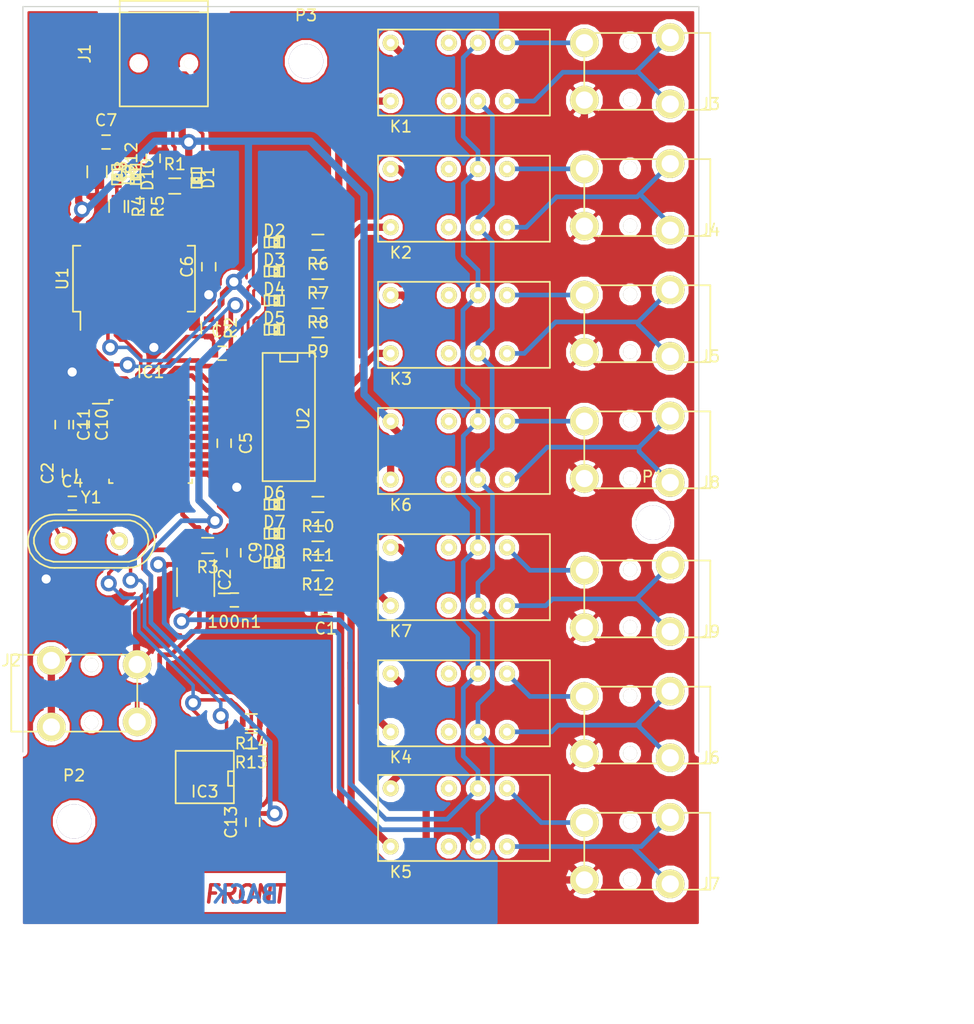
<source format=kicad_pcb>
(kicad_pcb (version 4) (host pcbnew "(2014-08-05 BZR 5054)-product")
  (layers (0 F.Cu signal) (31 B.Cu signal) (34 B.Paste user) (35 F.Paste user) (36 B.SilkS user) (37 F.SilkS user) (38 B.Mask user) (39 F.Mask user) (44 Edge.Cuts user))
  (net 0 "")
  (net 1 GND)
  (net 2 "Net-(100n1-Pad2)")
  (net 3 VCC)
  (net 4 "Net-(C2-Pad2)")
  (net 5 "Net-(C3-Pad1)")
  (net 6 /DTR)
  (net 7 "Net-(C4-Pad2)")
  (net 8 "Net-(C5-Pad2)")
  (net 9 "Net-(C6-Pad2)")
  (net 10 "Net-(D1-Pad2)")
  (net 11 /REL0)
  (net 12 "Net-(D2-Pad2)")
  (net 13 /REL1)
  (net 14 "Net-(D3-Pad2)")
  (net 15 /REL2)
  (net 16 "Net-(D4-Pad2)")
  (net 17 /REL3)
  (net 18 "Net-(D5-Pad2)")
  (net 19 /REL4)
  (net 20 "Net-(D6-Pad2)")
  (net 21 /REL5)
  (net 22 "Net-(D7-Pad2)")
  (net 23 /REL6)
  (net 24 "Net-(D8-Pad2)")
  (net 25 "Net-(D9-Pad2)")
  (net 26 "Net-(D10-Pad2)")
  (net 27 /CTS)
  (net 28 /RX)
  (net 29 /TX)
  (net 30 /RTS)
  (net 31 "Net-(IC2-Pad3)")
  (net 32 /CH_L_REL_IN)
  (net 33 /CH_R_REL_IN)
  (net 34 "Net-(IC2-Pad7)")
  (net 35 "Net-(J1-Pad2)")
  (net 36 "Net-(J1-Pad3)")
  (net 37 "Net-(J3-Pad3)")
  (net 38 "Net-(J3-Pad2)")
  (net 39 "Net-(J4-Pad3)")
  (net 40 "Net-(J4-Pad2)")
  (net 41 "Net-(J5-Pad3)")
  (net 42 "Net-(J5-Pad2)")
  (net 43 "Net-(J6-Pad3)")
  (net 44 "Net-(J6-Pad2)")
  (net 45 "Net-(J7-Pad3)")
  (net 46 "Net-(J7-Pad2)")
  (net 47 "Net-(J8-Pad3)")
  (net 48 "Net-(J8-Pad2)")
  (net 49 "Net-(J9-Pad3)")
  (net 50 "Net-(J9-Pad2)")
  (net 51 "Net-(K1-Pad9)")
  (net 52 "Net-(K2-Pad9)")
  (net 53 "Net-(K3-Pad9)")
  (net 54 "Net-(K4-Pad9)")
  (net 55 "Net-(K5-Pad9)")
  (net 56 "Net-(K6-Pad9)")
  (net 57 "Net-(K7-Pad9)")
  (net 58 "Net-(R4-Pad2)")
  (net 59 "Net-(R5-Pad2)")
  (net 60 /SCL)
  (net 61 /SDA)
  (net 62 /MAX98_SHDN)
  (module Connect:USB_Mini-B (layer F.Cu) (at 145.3 66.1 270)
    (fp_text reference J1 (at 0 6.90118 270) (layer F.SilkS))
    (fp_text value USB)
    (pad 1 smd rect (at 3.44932 -1.6002 270) (size 2.30124 0.50038) (layers F.Cu F.Paste F.Mask) (net 3 VCC))
    (pad 2 smd rect (at 3.44932 -0.8001 270) (size 2.30124 0.50038) (layers F.Cu F.Paste F.Mask) (net 35 "Net-(J1-Pad2)"))
    (pad 3 smd rect (at 3.44932 0 270) (size 2.30124 0.50038) (layers F.Cu F.Paste F.Mask) (net 36 "Net-(J1-Pad3)"))
    (pad 4 smd rect (at 3.44932 0.8001 270) (size 2.30124 0.50038) (layers F.Cu F.Paste F.Mask) (net 1 GND))
    (pad 5 smd rect (at 3.44932 1.6002 270) (size 2.30124 0.50038) (layers F.Cu F.Paste F.Mask) (net 1 GND))
    (pad 9 smd rect (at 3.35026 -4.45008 270) (size 2.49936 1.99898) (layers F.Cu F.Paste F.Mask))
    (pad 9 smd rect (at -2.14884 -4.45008 270) (size 2.49936 1.99898) (layers F.Cu F.Paste F.Mask))
    (pad 9 smd rect (at 3.35026 4.45008 270) (size 2.49936 1.99898) (layers F.Cu F.Paste F.Mask))
    (pad 9 smd rect (at -2.14884 4.45008 270) (size 2.49936 1.99898) (layers F.Cu F.Paste F.Mask))
    (pad "" np_thru_hole circle (at 0.8509 2.19964 270) (size 0.89916 0.89916) (drill 0.89916) (layers *.Cu *.Mask F.SilkS))
    (pad "" np_thru_hole circle (at 0.8509 -2.19964 270) (size 0.89916 0.89916) (drill 0.89916) (layers *.Cu *.Mask F.SilkS))
  )
  (module Capacitors_SMD:C_0603 (layer F.Cu) (at 153.066 133.12 90)
    (fp_text reference C13 (at 0 -1.9 90) (layer F.SilkS))
    (fp_text value 100n)
    (pad 1 smd rect (at -0.75 0 90) (size 0.8 0.75) (layers F.Cu F.Paste F.Mask) (net 1 GND))
    (pad 2 smd rect (at 0.75 0 90) (size 0.8 0.75) (layers F.Cu F.Paste F.Mask) (net 3 VCC))
  )
  (module Resistors_SMD:R_0603 (layer F.Cu) (at 152.939 124.357 180)
    (fp_text reference R14 (at 0 -1.9 180) (layer F.SilkS))
    (fp_text value 5k)
    (pad 1 smd rect (at -0.75 0 180) (size 0.5 0.9) (layers F.Cu F.Paste F.Mask) (net 3 VCC))
    (pad 2 smd rect (at 0.75 0 180) (size 0.5 0.9) (layers F.Cu F.Paste F.Mask) (net 60 /SCL))
  )
  (module Resistors_SMD:R_0603 (layer F.Cu) (at 152.939 126.008 180)
    (fp_text reference R13 (at 0 -1.9 180) (layer F.SilkS))
    (fp_text value 5k)
    (pad 1 smd rect (at -0.75 0 180) (size 0.5 0.9) (layers F.Cu F.Paste F.Mask) (net 3 VCC))
    (pad 2 smd rect (at 0.75 0 180) (size 0.5 0.9) (layers F.Cu F.Paste F.Mask) (net 61 /SDA))
  )
  (module SMD_Packages:SOIC-8-N (layer F.Cu) (at 148.875 129.183 180)
    (fp_text reference IC3 (at 0 -1.27 180) (layer F.SilkS))
    (fp_text value TMP75)
    (pad 8 smd rect (at -1.905 -3.175 180) (size 0.508 1.143) (layers F.Cu F.Paste F.Mask) (net 3 VCC))
    (pad 7 smd rect (at -0.635 -3.175 180) (size 0.508 1.143) (layers F.Cu F.Paste F.Mask) (net 1 GND))
    (pad 6 smd rect (at 0.635 -3.175 180) (size 0.508 1.143) (layers F.Cu F.Paste F.Mask) (net 1 GND))
    (pad 5 smd rect (at 1.905 -3.175 180) (size 0.508 1.143) (layers F.Cu F.Paste F.Mask) (net 1 GND))
    (pad 4 smd rect (at 1.905 3.175 180) (size 0.508 1.143) (layers F.Cu F.Paste F.Mask) (net 1 GND))
    (pad 3 smd rect (at 0.635 3.175 180) (size 0.508 1.143) (layers F.Cu F.Paste F.Mask))
    (pad 2 smd rect (at -0.635 3.175 180) (size 0.508 1.143) (layers F.Cu F.Paste F.Mask) (net 60 /SCL))
    (pad 1 smd rect (at -1.905 3.175 180) (size 0.508 1.143) (layers F.Cu F.Paste F.Mask) (net 61 /SDA))
  )
  (module Mounting_Holes:MountingHole_3mm (layer F.Cu) (at 188 107)
    (fp_text reference P1 (at 0 -4.0005) (layer F.SilkS))
    (fp_text value CONN_01X01)
    (pad 1 thru_hole circle (at 0 0) (size 2.99974 2.99974) (drill 2.99974) (layers))
  )
  (module Mounting_Holes:MountingHole_3mm (layer F.Cu) (at 157.70912 66.76504)
    (fp_text reference P3 (at 0 -4.0005) (layer F.SilkS))
    (fp_text value CONN_01X01)
    (pad 1 thru_hole circle (at 0 0) (size 2.99974 2.99974) (drill 2.99974) (layers))
  )
  (module Mounting_Holes:MountingHole_3mm (layer F.Cu) (at 137.46532 133.04888)
    (fp_text reference P2 (at 0 -4.0005) (layer F.SilkS))
    (fp_text value CONN_01X01)
    (pad 1 thru_hole circle (at 0 0) (size 2.99974 2.99974) (drill 2.99974) (layers))
  )
  (module Crystals:Crystal_HC49-U_Vertical (layer F.Cu) (at 138.969 108.609)
    (fp_text reference Y1 (at 0 -3.81) (layer F.SilkS))
    (fp_text value 16Mhz)
    (pad 1 thru_hole circle (at -2.44094 0) (size 1.50114 1.50114) (drill 0.8001) (layers *.Cu *.Mask F.SilkS) (net 4 "Net-(C2-Pad2)"))
    (pad 2 thru_hole circle (at 2.44094 0) (size 1.50114 1.50114) (drill 0.8001) (layers *.Cu *.Mask F.SilkS) (net 7 "Net-(C4-Pad2)"))
  )
  (module SMD_Packages:SO-16-N (layer F.Cu) (at 156.21 97.79 270)
    (fp_text reference U2 (at 0.127 -1.27 270) (layer F.SilkS))
    (fp_text value ULN2003)
    (pad 16 smd rect (at -4.445 -3.175 270) (size 0.508 1.143) (layers F.Cu F.Paste F.Mask) (net 51 "Net-(K1-Pad9)"))
    (pad 14 smd rect (at -1.905 -3.175 270) (size 0.508 1.143) (layers F.Cu F.Paste F.Mask) (net 53 "Net-(K3-Pad9)"))
    (pad 13 smd rect (at -0.635 -3.175 270) (size 0.508 1.143) (layers F.Cu F.Paste F.Mask) (net 56 "Net-(K6-Pad9)"))
    (pad 12 smd rect (at 0.635 -3.175 270) (size 0.508 1.143) (layers F.Cu F.Paste F.Mask) (net 57 "Net-(K7-Pad9)"))
    (pad 11 smd rect (at 1.905 -3.175 270) (size 0.508 1.143) (layers F.Cu F.Paste F.Mask) (net 54 "Net-(K4-Pad9)"))
    (pad 10 smd rect (at 3.175 -3.175 270) (size 0.508 1.143) (layers F.Cu F.Paste F.Mask) (net 55 "Net-(K5-Pad9)"))
    (pad 9 smd rect (at 4.445 -3.175 270) (size 0.508 1.143) (layers F.Cu F.Paste F.Mask) (net 3 VCC))
    (pad 8 smd rect (at 4.445 3.175 270) (size 0.508 1.143) (layers F.Cu F.Paste F.Mask) (net 1 GND))
    (pad 7 smd rect (at 3.175 3.175 270) (size 0.508 1.143) (layers F.Cu F.Paste F.Mask) (net 23 /REL6))
    (pad 6 smd rect (at 1.905 3.175 270) (size 0.508 1.143) (layers F.Cu F.Paste F.Mask) (net 21 /REL5))
    (pad 5 smd rect (at 0.635 3.175 270) (size 0.508 1.143) (layers F.Cu F.Paste F.Mask) (net 19 /REL4))
    (pad 4 smd rect (at -0.635 3.175 270) (size 0.508 1.143) (layers F.Cu F.Paste F.Mask) (net 17 /REL3))
    (pad 3 smd rect (at -1.905 3.175 270) (size 0.508 1.143) (layers F.Cu F.Paste F.Mask) (net 15 /REL2))
    (pad 2 smd rect (at -3.175 3.175 270) (size 0.508 1.143) (layers F.Cu F.Paste F.Mask) (net 13 /REL1))
    (pad 1 smd rect (at -4.445 3.175 270) (size 0.508 1.143) (layers F.Cu F.Paste F.Mask) (net 11 /REL0))
    (pad 15 smd rect (at -3.175 -3.175 270) (size 0.508 1.143) (layers F.Cu F.Paste F.Mask) (net 52 "Net-(K2-Pad9)"))
  )
  (module Housings_SSOP:SSOP-28_5.3x10.2mm_Pitch0.65mm (layer F.Cu) (at 142.6972 85.725 90)
    (fp_text reference U1 (at 0 -6.25 90) (layer F.SilkS))
    (fp_text value FT232RL)
    (pad 1 smd rect (at -3.6 -4.225 90) (size 1.75 0.45) (layers F.Cu F.Paste F.Mask) (net 29 /TX))
    (pad 2 smd rect (at -3.6 -3.575 90) (size 1.75 0.45) (layers F.Cu F.Paste F.Mask) (net 6 /DTR))
    (pad 3 smd rect (at -3.6 -2.925 90) (size 1.75 0.45) (layers F.Cu F.Paste F.Mask) (net 30 /RTS))
    (pad 4 smd rect (at -3.6 -2.275 90) (size 1.75 0.45) (layers F.Cu F.Paste F.Mask) (net 3 VCC))
    (pad 5 smd rect (at -3.6 -1.625 90) (size 1.75 0.45) (layers F.Cu F.Paste F.Mask) (net 28 /RX))
    (pad 6 smd rect (at -3.6 -0.975 90) (size 1.75 0.45) (layers F.Cu F.Paste F.Mask))
    (pad 7 smd rect (at -3.6 -0.325 90) (size 1.75 0.45) (layers F.Cu F.Paste F.Mask) (net 1 GND))
    (pad 8 smd rect (at -3.6 0.325 90) (size 1.75 0.45) (layers F.Cu F.Paste F.Mask))
    (pad 9 smd rect (at -3.6 0.975 90) (size 1.75 0.45) (layers F.Cu F.Paste F.Mask))
    (pad 10 smd rect (at -3.6 1.625 90) (size 1.75 0.45) (layers F.Cu F.Paste F.Mask))
    (pad 11 smd rect (at -3.6 2.275 90) (size 1.75 0.45) (layers F.Cu F.Paste F.Mask) (net 27 /CTS))
    (pad 12 smd rect (at -3.6 2.925 90) (size 1.75 0.45) (layers F.Cu F.Paste F.Mask))
    (pad 13 smd rect (at -3.6 3.575 90) (size 1.75 0.45) (layers F.Cu F.Paste F.Mask))
    (pad 14 smd rect (at -3.6 4.225 90) (size 1.75 0.45) (layers F.Cu F.Paste F.Mask))
    (pad 15 smd rect (at 3.6 4.225 90) (size 1.75 0.45) (layers F.Cu F.Paste F.Mask) (net 36 "Net-(J1-Pad3)"))
    (pad 16 smd rect (at 3.6 3.575 90) (size 1.75 0.45) (layers F.Cu F.Paste F.Mask) (net 35 "Net-(J1-Pad2)"))
    (pad 17 smd rect (at 3.6 2.925 90) (size 1.75 0.45) (layers F.Cu F.Paste F.Mask) (net 9 "Net-(C6-Pad2)"))
    (pad 18 smd rect (at 3.6 2.275 90) (size 1.75 0.45) (layers F.Cu F.Paste F.Mask) (net 1 GND))
    (pad 19 smd rect (at 3.6 1.625 90) (size 1.75 0.45) (layers F.Cu F.Paste F.Mask) (net 3 VCC))
    (pad 20 smd rect (at 3.6 0.975 90) (size 1.75 0.45) (layers F.Cu F.Paste F.Mask) (net 3 VCC))
    (pad 21 smd rect (at 3.6 0.325 90) (size 1.75 0.45) (layers F.Cu F.Paste F.Mask) (net 1 GND))
    (pad 22 smd rect (at 3.6 -0.325 90) (size 1.75 0.45) (layers F.Cu F.Paste F.Mask) (net 59 "Net-(R5-Pad2)"))
    (pad 23 smd rect (at 3.6 -0.975 90) (size 1.75 0.45) (layers F.Cu F.Paste F.Mask) (net 58 "Net-(R4-Pad2)"))
    (pad 24 smd rect (at 3.6 -1.625 90) (size 1.75 0.45) (layers F.Cu F.Paste F.Mask))
    (pad 25 smd rect (at 3.6 -2.275 90) (size 1.75 0.45) (layers F.Cu F.Paste F.Mask) (net 1 GND))
    (pad 26 smd rect (at 3.6 -2.925 90) (size 1.75 0.45) (layers F.Cu F.Paste F.Mask) (net 1 GND))
    (pad 27 smd rect (at 3.6 -3.575 90) (size 1.75 0.45) (layers F.Cu F.Paste F.Mask))
    (pad 28 smd rect (at 3.6 -4.225 90) (size 1.75 0.45) (layers F.Cu F.Paste F.Mask))
  )
  (module Resistors_SMD:R_0603 (layer F.Cu) (at 158.75 110.49 180)
    (fp_text reference R12 (at 0 -1.9 180) (layer F.SilkS))
    (fp_text value 270)
    (pad 1 smd rect (at -0.75 0 180) (size 0.5 0.9) (layers F.Cu F.Paste F.Mask) (net 1 GND))
    (pad 2 smd rect (at 0.75 0 180) (size 0.5 0.9) (layers F.Cu F.Paste F.Mask) (net 24 "Net-(D8-Pad2)"))
  )
  (module Resistors_SMD:R_0603 (layer F.Cu) (at 158.75 107.95 180)
    (fp_text reference R11 (at 0 -1.9 180) (layer F.SilkS))
    (fp_text value 270)
    (pad 1 smd rect (at -0.75 0 180) (size 0.5 0.9) (layers F.Cu F.Paste F.Mask) (net 1 GND))
    (pad 2 smd rect (at 0.75 0 180) (size 0.5 0.9) (layers F.Cu F.Paste F.Mask) (net 22 "Net-(D7-Pad2)"))
  )
  (module Resistors_SMD:R_0603 (layer F.Cu) (at 158.75 105.41 180)
    (fp_text reference R10 (at 0 -1.9 180) (layer F.SilkS))
    (fp_text value 270)
    (pad 1 smd rect (at -0.75 0 180) (size 0.5 0.9) (layers F.Cu F.Paste F.Mask) (net 1 GND))
    (pad 2 smd rect (at 0.75 0 180) (size 0.5 0.9) (layers F.Cu F.Paste F.Mask) (net 20 "Net-(D6-Pad2)"))
  )
  (module Resistors_SMD:R_0603 (layer F.Cu) (at 158.75 90.17 180)
    (fp_text reference R9 (at 0 -1.9 180) (layer F.SilkS))
    (fp_text value 270)
    (pad 1 smd rect (at -0.75 0 180) (size 0.5 0.9) (layers F.Cu F.Paste F.Mask) (net 1 GND))
    (pad 2 smd rect (at 0.75 0 180) (size 0.5 0.9) (layers F.Cu F.Paste F.Mask) (net 18 "Net-(D5-Pad2)"))
  )
  (module Resistors_SMD:R_0603 (layer F.Cu) (at 158.75 87.63 180)
    (fp_text reference R8 (at 0 -1.9 180) (layer F.SilkS))
    (fp_text value 270)
    (pad 1 smd rect (at -0.75 0 180) (size 0.5 0.9) (layers F.Cu F.Paste F.Mask) (net 1 GND))
    (pad 2 smd rect (at 0.75 0 180) (size 0.5 0.9) (layers F.Cu F.Paste F.Mask) (net 16 "Net-(D4-Pad2)"))
  )
  (module Resistors_SMD:R_0603 (layer F.Cu) (at 158.75 85.09 180)
    (fp_text reference R7 (at 0 -1.9 180) (layer F.SilkS))
    (fp_text value 270)
    (pad 1 smd rect (at -0.75 0 180) (size 0.5 0.9) (layers F.Cu F.Paste F.Mask) (net 1 GND))
    (pad 2 smd rect (at 0.75 0 180) (size 0.5 0.9) (layers F.Cu F.Paste F.Mask) (net 14 "Net-(D3-Pad2)"))
  )
  (module Resistors_SMD:R_0603 (layer F.Cu) (at 158.75 82.55 180)
    (fp_text reference R6 (at 0 -1.9 180) (layer F.SilkS))
    (fp_text value 270)
    (pad 1 smd rect (at -0.75 0 180) (size 0.5 0.9) (layers F.Cu F.Paste F.Mask) (net 1 GND))
    (pad 2 smd rect (at 0.75 0 180) (size 0.5 0.9) (layers F.Cu F.Paste F.Mask) (net 12 "Net-(D2-Pad2)"))
  )
  (module Resistors_SMD:R_0603 (layer F.Cu) (at 142.875 79.4258 270)
    (fp_text reference R5 (at 0 -1.9 270) (layer F.SilkS))
    (fp_text value 270)
    (pad 1 smd rect (at -0.75 0 270) (size 0.5 0.9) (layers F.Cu F.Paste F.Mask) (net 26 "Net-(D10-Pad2)"))
    (pad 2 smd rect (at 0.75 0 270) (size 0.5 0.9) (layers F.Cu F.Paste F.Mask) (net 59 "Net-(R5-Pad2)"))
  )
  (module Resistors_SMD:R_0603 (layer F.Cu) (at 141.1986 79.4258 270)
    (fp_text reference R4 (at 0 -1.9 270) (layer F.SilkS))
    (fp_text value 270)
    (pad 1 smd rect (at -0.75 0 270) (size 0.5 0.9) (layers F.Cu F.Paste F.Mask) (net 25 "Net-(D9-Pad2)"))
    (pad 2 smd rect (at 0.75 0 270) (size 0.5 0.9) (layers F.Cu F.Paste F.Mask) (net 58 "Net-(R4-Pad2)"))
  )
  (module Resistors_SMD:R_0603 (layer F.Cu) (at 149.129 108.99 180)
    (fp_text reference R3 (at 0 -1.9 180) (layer F.SilkS))
    (fp_text value 47k)
    (pad 1 smd rect (at -0.75 0 180) (size 0.5 0.9) (layers F.Cu F.Paste F.Mask) (net 1 GND))
    (pad 2 smd rect (at 0.75 0 180) (size 0.5 0.9) (layers F.Cu F.Paste F.Mask) (net 62 /MAX98_SHDN))
  )
  (module Resistors_SMD:R_0603 (layer F.Cu) (at 149.2504 90.0176 270)
    (fp_text reference R2 (at 0 -1.9 270) (layer F.SilkS))
    (fp_text value 10k)
    (pad 1 smd rect (at -0.75 0 270) (size 0.5 0.9) (layers F.Cu F.Paste F.Mask) (net 3 VCC))
    (pad 2 smd rect (at 0.75 0 270) (size 0.5 0.9) (layers F.Cu F.Paste F.Mask) (net 5 "Net-(C3-Pad1)"))
  )
  (module Resistors_SMD:R_0603 (layer F.Cu) (at 146.2532 77.6478)
    (fp_text reference R1 (at 0 -1.9) (layer F.SilkS))
    (fp_text value 270)
    (pad 1 smd rect (at -0.75 0) (size 0.5 0.9) (layers F.Cu F.Paste F.Mask) (net 1 GND))
    (pad 2 smd rect (at 0.75 0) (size 0.5 0.9) (layers F.Cu F.Paste F.Mask) (net 10 "Net-(D1-Pad2)"))
  )
  (module Audio3:REL_NA05W (layer F.Cu) (at 164 108)
    (fp_text reference K7 (at 1.99 8.46) (layer F.SilkS))
    (fp_text value RELAY_2RT)
    (pad 3 thru_hole circle (at 6.18 1.16) (size 1.4 1.4) (drill 0.7) (layers *.Cu *.Mask F.SilkS))
    (pad 1 thru_hole circle (at 11.26 1.16) (size 1.4 1.4) (drill 0.7) (layers *.Cu *.Mask F.SilkS) (net 49 "Net-(J9-Pad3)"))
    (pad 5 thru_hole circle (at 8.72 1.16) (size 1.4 1.4) (drill 0.7) (layers *.Cu *.Mask F.SilkS) (net 33 /CH_R_REL_IN))
    (pad 9 thru_hole circle (at 1.1 6.24) (size 1.4 1.4) (drill 0.7) (layers *.Cu *.Mask F.SilkS) (net 57 "Net-(K7-Pad9)"))
    (pad 14 thru_hole circle (at 6.18 6.24) (size 1.4 1.4) (drill 0.7) (layers *.Cu *.Mask F.SilkS))
    (pad 12 thru_hole circle (at 8.72 6.24) (size 1.4 1.4) (drill 0.7) (layers *.Cu *.Mask F.SilkS) (net 32 /CH_L_REL_IN))
    (pad 16 thru_hole circle (at 11.26 6.24) (size 1.4 1.4) (drill 0.7) (layers *.Cu *.Mask F.SilkS) (net 50 "Net-(J9-Pad2)"))
    (pad 8 thru_hole circle (at 1.1 1.16) (size 1.4 1.4) (drill 0.7) (layers *.Cu *.Mask F.SilkS) (net 3 VCC))
  )
  (module Audio3:REL_NA05W (layer F.Cu) (at 164 97)
    (fp_text reference K6 (at 1.99 8.46) (layer F.SilkS))
    (fp_text value RELAY_2RT)
    (pad 3 thru_hole circle (at 6.18 1.16) (size 1.4 1.4) (drill 0.7) (layers *.Cu *.Mask F.SilkS))
    (pad 1 thru_hole circle (at 11.26 1.16) (size 1.4 1.4) (drill 0.7) (layers *.Cu *.Mask F.SilkS) (net 47 "Net-(J8-Pad3)"))
    (pad 5 thru_hole circle (at 8.72 1.16) (size 1.4 1.4) (drill 0.7) (layers *.Cu *.Mask F.SilkS) (net 33 /CH_R_REL_IN))
    (pad 9 thru_hole circle (at 1.1 6.24) (size 1.4 1.4) (drill 0.7) (layers *.Cu *.Mask F.SilkS) (net 56 "Net-(K6-Pad9)"))
    (pad 14 thru_hole circle (at 6.18 6.24) (size 1.4 1.4) (drill 0.7) (layers *.Cu *.Mask F.SilkS))
    (pad 12 thru_hole circle (at 8.72 6.24) (size 1.4 1.4) (drill 0.7) (layers *.Cu *.Mask F.SilkS) (net 32 /CH_L_REL_IN))
    (pad 16 thru_hole circle (at 11.26 6.24) (size 1.4 1.4) (drill 0.7) (layers *.Cu *.Mask F.SilkS) (net 48 "Net-(J8-Pad2)"))
    (pad 8 thru_hole circle (at 1.1 1.16) (size 1.4 1.4) (drill 0.7) (layers *.Cu *.Mask F.SilkS) (net 3 VCC))
  )
  (module Audio3:REL_NA05W (layer F.Cu) (at 164 129)
    (fp_text reference K5 (at 1.99 8.46) (layer F.SilkS))
    (fp_text value RELAY_2RT)
    (pad 3 thru_hole circle (at 6.18 1.16) (size 1.4 1.4) (drill 0.7) (layers *.Cu *.Mask F.SilkS))
    (pad 1 thru_hole circle (at 11.26 1.16) (size 1.4 1.4) (drill 0.7) (layers *.Cu *.Mask F.SilkS) (net 45 "Net-(J7-Pad3)"))
    (pad 5 thru_hole circle (at 8.72 1.16) (size 1.4 1.4) (drill 0.7) (layers *.Cu *.Mask F.SilkS) (net 33 /CH_R_REL_IN))
    (pad 9 thru_hole circle (at 1.1 6.24) (size 1.4 1.4) (drill 0.7) (layers *.Cu *.Mask F.SilkS) (net 55 "Net-(K5-Pad9)"))
    (pad 14 thru_hole circle (at 6.18 6.24) (size 1.4 1.4) (drill 0.7) (layers *.Cu *.Mask F.SilkS))
    (pad 12 thru_hole circle (at 8.72 6.24) (size 1.4 1.4) (drill 0.7) (layers *.Cu *.Mask F.SilkS) (net 32 /CH_L_REL_IN))
    (pad 16 thru_hole circle (at 11.26 6.24) (size 1.4 1.4) (drill 0.7) (layers *.Cu *.Mask F.SilkS) (net 46 "Net-(J7-Pad2)"))
    (pad 8 thru_hole circle (at 1.1 1.16) (size 1.4 1.4) (drill 0.7) (layers *.Cu *.Mask F.SilkS) (net 3 VCC))
  )
  (module Audio3:REL_NA05W (layer F.Cu) (at 164 119)
    (fp_text reference K4 (at 1.99 8.46) (layer F.SilkS))
    (fp_text value RELAY_2RT)
    (pad 3 thru_hole circle (at 6.18 1.16) (size 1.4 1.4) (drill 0.7) (layers *.Cu *.Mask F.SilkS))
    (pad 1 thru_hole circle (at 11.26 1.16) (size 1.4 1.4) (drill 0.7) (layers *.Cu *.Mask F.SilkS) (net 43 "Net-(J6-Pad3)"))
    (pad 5 thru_hole circle (at 8.72 1.16) (size 1.4 1.4) (drill 0.7) (layers *.Cu *.Mask F.SilkS) (net 33 /CH_R_REL_IN))
    (pad 9 thru_hole circle (at 1.1 6.24) (size 1.4 1.4) (drill 0.7) (layers *.Cu *.Mask F.SilkS) (net 54 "Net-(K4-Pad9)"))
    (pad 14 thru_hole circle (at 6.18 6.24) (size 1.4 1.4) (drill 0.7) (layers *.Cu *.Mask F.SilkS))
    (pad 12 thru_hole circle (at 8.72 6.24) (size 1.4 1.4) (drill 0.7) (layers *.Cu *.Mask F.SilkS) (net 32 /CH_L_REL_IN))
    (pad 16 thru_hole circle (at 11.26 6.24) (size 1.4 1.4) (drill 0.7) (layers *.Cu *.Mask F.SilkS) (net 44 "Net-(J6-Pad2)"))
    (pad 8 thru_hole circle (at 1.1 1.16) (size 1.4 1.4) (drill 0.7) (layers *.Cu *.Mask F.SilkS) (net 3 VCC))
  )
  (module Audio3:REL_NA05W (layer F.Cu) (at 164 86)
    (fp_text reference K3 (at 1.99 8.46) (layer F.SilkS))
    (fp_text value RELAY_2RT)
    (pad 3 thru_hole circle (at 6.18 1.16) (size 1.4 1.4) (drill 0.7) (layers *.Cu *.Mask F.SilkS))
    (pad 1 thru_hole circle (at 11.26 1.16) (size 1.4 1.4) (drill 0.7) (layers *.Cu *.Mask F.SilkS) (net 41 "Net-(J5-Pad3)"))
    (pad 5 thru_hole circle (at 8.72 1.16) (size 1.4 1.4) (drill 0.7) (layers *.Cu *.Mask F.SilkS) (net 33 /CH_R_REL_IN))
    (pad 9 thru_hole circle (at 1.1 6.24) (size 1.4 1.4) (drill 0.7) (layers *.Cu *.Mask F.SilkS) (net 53 "Net-(K3-Pad9)"))
    (pad 14 thru_hole circle (at 6.18 6.24) (size 1.4 1.4) (drill 0.7) (layers *.Cu *.Mask F.SilkS))
    (pad 12 thru_hole circle (at 8.72 6.24) (size 1.4 1.4) (drill 0.7) (layers *.Cu *.Mask F.SilkS) (net 32 /CH_L_REL_IN))
    (pad 16 thru_hole circle (at 11.26 6.24) (size 1.4 1.4) (drill 0.7) (layers *.Cu *.Mask F.SilkS) (net 42 "Net-(J5-Pad2)"))
    (pad 8 thru_hole circle (at 1.1 1.16) (size 1.4 1.4) (drill 0.7) (layers *.Cu *.Mask F.SilkS) (net 3 VCC))
  )
  (module Audio3:REL_NA05W (layer F.Cu) (at 164 75)
    (fp_text reference K2 (at 1.99 8.46) (layer F.SilkS))
    (fp_text value RELAY_2RT)
    (pad 3 thru_hole circle (at 6.18 1.16) (size 1.4 1.4) (drill 0.7) (layers *.Cu *.Mask F.SilkS))
    (pad 1 thru_hole circle (at 11.26 1.16) (size 1.4 1.4) (drill 0.7) (layers *.Cu *.Mask F.SilkS) (net 39 "Net-(J4-Pad3)"))
    (pad 5 thru_hole circle (at 8.72 1.16) (size 1.4 1.4) (drill 0.7) (layers *.Cu *.Mask F.SilkS) (net 33 /CH_R_REL_IN))
    (pad 9 thru_hole circle (at 1.1 6.24) (size 1.4 1.4) (drill 0.7) (layers *.Cu *.Mask F.SilkS) (net 52 "Net-(K2-Pad9)"))
    (pad 14 thru_hole circle (at 6.18 6.24) (size 1.4 1.4) (drill 0.7) (layers *.Cu *.Mask F.SilkS))
    (pad 12 thru_hole circle (at 8.72 6.24) (size 1.4 1.4) (drill 0.7) (layers *.Cu *.Mask F.SilkS) (net 32 /CH_L_REL_IN))
    (pad 16 thru_hole circle (at 11.26 6.24) (size 1.4 1.4) (drill 0.7) (layers *.Cu *.Mask F.SilkS) (net 40 "Net-(J4-Pad2)"))
    (pad 8 thru_hole circle (at 1.1 1.16) (size 1.4 1.4) (drill 0.7) (layers *.Cu *.Mask F.SilkS) (net 3 VCC))
  )
  (module Audio3:REL_NA05W (layer F.Cu) (at 164 64)
    (fp_text reference K1 (at 1.99 8.46) (layer F.SilkS))
    (fp_text value RELAY_2RT)
    (pad 3 thru_hole circle (at 6.18 1.16) (size 1.4 1.4) (drill 0.7) (layers *.Cu *.Mask F.SilkS))
    (pad 1 thru_hole circle (at 11.26 1.16) (size 1.4 1.4) (drill 0.7) (layers *.Cu *.Mask F.SilkS) (net 37 "Net-(J3-Pad3)"))
    (pad 5 thru_hole circle (at 8.72 1.16) (size 1.4 1.4) (drill 0.7) (layers *.Cu *.Mask F.SilkS) (net 33 /CH_R_REL_IN))
    (pad 9 thru_hole circle (at 1.1 6.24) (size 1.4 1.4) (drill 0.7) (layers *.Cu *.Mask F.SilkS) (net 51 "Net-(K1-Pad9)"))
    (pad 14 thru_hole circle (at 6.18 6.24) (size 1.4 1.4) (drill 0.7) (layers *.Cu *.Mask F.SilkS))
    (pad 12 thru_hole circle (at 8.72 6.24) (size 1.4 1.4) (drill 0.7) (layers *.Cu *.Mask F.SilkS) (net 32 /CH_L_REL_IN))
    (pad 16 thru_hole circle (at 11.26 6.24) (size 1.4 1.4) (drill 0.7) (layers *.Cu *.Mask F.SilkS) (net 38 "Net-(J3-Pad2)"))
    (pad 8 thru_hole circle (at 1.1 1.16) (size 1.4 1.4) (drill 0.7) (layers *.Cu *.Mask F.SilkS) (net 3 VCC))
  )
  (module Audio3:LUM1503 (layer F.Cu) (at 193 117 180)
    (fp_text reference J9 (at 0 0.5 180) (layer F.SilkS))
    (fp_text value "LUM 1503-07")
    (pad 3 thru_hole circle (at 10.99 5.85 180) (size 2.5 2.5) (drill 1.5) (layers *.Cu *.Mask F.SilkS) (net 49 "Net-(J9-Pad3)"))
    (pad 1 thru_hole circle (at 10.99 0.85 180) (size 2.5 2.5) (drill 1.5) (layers *.Cu *.Mask F.SilkS) (net 1 GND))
    (pad 2 thru_hole circle (at 3.5 6.3 180) (size 2.5 2.5) (drill 1.5) (layers *.Cu *.Mask F.SilkS) (net 50 "Net-(J9-Pad2)"))
    (pad 2 thru_hole circle (at 3.5 0.5 180) (size 2.5 2.5) (drill 1.5) (layers *.Cu *.Mask F.SilkS) (net 50 "Net-(J9-Pad2)"))
    (pad "" thru_hole circle (at 7 0.9 180) (size 1.2 1.2) (drill 1.2) (layers *.Cu *.Mask F.SilkS))
    (pad "" thru_hole circle (at 7 5.9 180) (size 1.2 1.2) (drill 1.2) (layers *.Cu *.Mask F.SilkS))
  )
  (module Audio3:LUM1503 (layer F.Cu) (at 193 104 180)
    (fp_text reference J8 (at 0 0.5 180) (layer F.SilkS))
    (fp_text value "LUM 1503-07")
    (pad 3 thru_hole circle (at 10.99 5.85 180) (size 2.5 2.5) (drill 1.5) (layers *.Cu *.Mask F.SilkS) (net 47 "Net-(J8-Pad3)"))
    (pad 1 thru_hole circle (at 10.99 0.85 180) (size 2.5 2.5) (drill 1.5) (layers *.Cu *.Mask F.SilkS) (net 1 GND))
    (pad 2 thru_hole circle (at 3.5 6.3 180) (size 2.5 2.5) (drill 1.5) (layers *.Cu *.Mask F.SilkS) (net 48 "Net-(J8-Pad2)"))
    (pad 2 thru_hole circle (at 3.5 0.5 180) (size 2.5 2.5) (drill 1.5) (layers *.Cu *.Mask F.SilkS) (net 48 "Net-(J8-Pad2)"))
    (pad "" thru_hole circle (at 7 0.9 180) (size 1.2 1.2) (drill 1.2) (layers *.Cu *.Mask F.SilkS))
    (pad "" thru_hole circle (at 7 5.9 180) (size 1.2 1.2) (drill 1.2) (layers *.Cu *.Mask F.SilkS))
  )
  (module Audio3:LUM1503 (layer F.Cu) (at 193 139 180)
    (fp_text reference J7 (at 0 0.5 180) (layer F.SilkS))
    (fp_text value "LUM 1503-07")
    (pad 3 thru_hole circle (at 10.99 5.85 180) (size 2.5 2.5) (drill 1.5) (layers *.Cu *.Mask F.SilkS) (net 45 "Net-(J7-Pad3)"))
    (pad 1 thru_hole circle (at 10.99 0.85 180) (size 2.5 2.5) (drill 1.5) (layers *.Cu *.Mask F.SilkS) (net 1 GND))
    (pad 2 thru_hole circle (at 3.5 6.3 180) (size 2.5 2.5) (drill 1.5) (layers *.Cu *.Mask F.SilkS) (net 46 "Net-(J7-Pad2)"))
    (pad 2 thru_hole circle (at 3.5 0.5 180) (size 2.5 2.5) (drill 1.5) (layers *.Cu *.Mask F.SilkS) (net 46 "Net-(J7-Pad2)"))
    (pad "" thru_hole circle (at 7 0.9 180) (size 1.2 1.2) (drill 1.2) (layers *.Cu *.Mask F.SilkS))
    (pad "" thru_hole circle (at 7 5.9 180) (size 1.2 1.2) (drill 1.2) (layers *.Cu *.Mask F.SilkS))
  )
  (module Audio3:LUM1503 (layer F.Cu) (at 193 128 180)
    (fp_text reference J6 (at 0 0.5 180) (layer F.SilkS))
    (fp_text value "LUM 1503-07")
    (pad 3 thru_hole circle (at 10.99 5.85 180) (size 2.5 2.5) (drill 1.5) (layers *.Cu *.Mask F.SilkS) (net 43 "Net-(J6-Pad3)"))
    (pad 1 thru_hole circle (at 10.99 0.85 180) (size 2.5 2.5) (drill 1.5) (layers *.Cu *.Mask F.SilkS) (net 1 GND))
    (pad 2 thru_hole circle (at 3.5 6.3 180) (size 2.5 2.5) (drill 1.5) (layers *.Cu *.Mask F.SilkS) (net 44 "Net-(J6-Pad2)"))
    (pad 2 thru_hole circle (at 3.5 0.5 180) (size 2.5 2.5) (drill 1.5) (layers *.Cu *.Mask F.SilkS) (net 44 "Net-(J6-Pad2)"))
    (pad "" thru_hole circle (at 7 0.9 180) (size 1.2 1.2) (drill 1.2) (layers *.Cu *.Mask F.SilkS))
    (pad "" thru_hole circle (at 7 5.9 180) (size 1.2 1.2) (drill 1.2) (layers *.Cu *.Mask F.SilkS))
  )
  (module Audio3:LUM1503 (layer F.Cu) (at 193 93 180)
    (fp_text reference J5 (at 0 0.5 180) (layer F.SilkS))
    (fp_text value "LUM 1503-07")
    (pad 3 thru_hole circle (at 10.99 5.85 180) (size 2.5 2.5) (drill 1.5) (layers *.Cu *.Mask F.SilkS) (net 41 "Net-(J5-Pad3)"))
    (pad 1 thru_hole circle (at 10.99 0.85 180) (size 2.5 2.5) (drill 1.5) (layers *.Cu *.Mask F.SilkS) (net 1 GND))
    (pad 2 thru_hole circle (at 3.5 6.3 180) (size 2.5 2.5) (drill 1.5) (layers *.Cu *.Mask F.SilkS) (net 42 "Net-(J5-Pad2)"))
    (pad 2 thru_hole circle (at 3.5 0.5 180) (size 2.5 2.5) (drill 1.5) (layers *.Cu *.Mask F.SilkS) (net 42 "Net-(J5-Pad2)"))
    (pad "" thru_hole circle (at 7 0.9 180) (size 1.2 1.2) (drill 1.2) (layers *.Cu *.Mask F.SilkS))
    (pad "" thru_hole circle (at 7 5.9 180) (size 1.2 1.2) (drill 1.2) (layers *.Cu *.Mask F.SilkS))
  )
  (module Audio3:LUM1503 (layer F.Cu) (at 193 82 180)
    (fp_text reference J4 (at 0 0.5 180) (layer F.SilkS))
    (fp_text value "LUM 1503-07")
    (pad 3 thru_hole circle (at 10.99 5.85 180) (size 2.5 2.5) (drill 1.5) (layers *.Cu *.Mask F.SilkS) (net 39 "Net-(J4-Pad3)"))
    (pad 1 thru_hole circle (at 10.99 0.85 180) (size 2.5 2.5) (drill 1.5) (layers *.Cu *.Mask F.SilkS) (net 1 GND))
    (pad 2 thru_hole circle (at 3.5 6.3 180) (size 2.5 2.5) (drill 1.5) (layers *.Cu *.Mask F.SilkS) (net 40 "Net-(J4-Pad2)"))
    (pad 2 thru_hole circle (at 3.5 0.5 180) (size 2.5 2.5) (drill 1.5) (layers *.Cu *.Mask F.SilkS) (net 40 "Net-(J4-Pad2)"))
    (pad "" thru_hole circle (at 7 0.9 180) (size 1.2 1.2) (drill 1.2) (layers *.Cu *.Mask F.SilkS))
    (pad "" thru_hole circle (at 7 5.9 180) (size 1.2 1.2) (drill 1.2) (layers *.Cu *.Mask F.SilkS))
  )
  (module Audio3:LUM1503 (layer F.Cu) (at 193 71 180)
    (fp_text reference J3 (at 0 0.5 180) (layer F.SilkS))
    (fp_text value "LUM 1503-07")
    (pad 3 thru_hole circle (at 10.99 5.85 180) (size 2.5 2.5) (drill 1.5) (layers *.Cu *.Mask F.SilkS) (net 37 "Net-(J3-Pad3)"))
    (pad 1 thru_hole circle (at 10.99 0.85 180) (size 2.5 2.5) (drill 1.5) (layers *.Cu *.Mask F.SilkS) (net 1 GND))
    (pad 2 thru_hole circle (at 3.5 6.3 180) (size 2.5 2.5) (drill 1.5) (layers *.Cu *.Mask F.SilkS) (net 38 "Net-(J3-Pad2)"))
    (pad 2 thru_hole circle (at 3.5 0.5 180) (size 2.5 2.5) (drill 1.5) (layers *.Cu *.Mask F.SilkS) (net 38 "Net-(J3-Pad2)"))
    (pad "" thru_hole circle (at 7 0.9 180) (size 1.2 1.2) (drill 1.2) (layers *.Cu *.Mask F.SilkS))
    (pad "" thru_hole circle (at 7 5.9 180) (size 1.2 1.2) (drill 1.2) (layers *.Cu *.Mask F.SilkS))
  )
  (module Housings_DFN_QFN:DFN-8-1EP_3x3mm_Pitch0.65mm (layer F.Cu) (at 148.082 112.1918 270)
    (fp_text reference IC2 (at 0 -2.55 270) (layer F.SilkS))
    (fp_text value MAX9890)
    (pad 1 smd rect (at -1.55 -0.975 270) (size 0.65 0.35) (layers F.Cu F.Paste F.Mask) (net 3 VCC))
    (pad 2 smd rect (at -1.55 -0.325 270) (size 0.65 0.35) (layers F.Cu F.Paste F.Mask) (net 62 /MAX98_SHDN))
    (pad 3 smd rect (at -1.55 0.325 270) (size 0.65 0.35) (layers F.Cu F.Paste F.Mask) (net 31 "Net-(IC2-Pad3)"))
    (pad 4 smd rect (at -1.55 0.975 270) (size 0.65 0.35) (layers F.Cu F.Paste F.Mask) (net 32 /CH_L_REL_IN))
    (pad 5 smd rect (at 1.55 0.975 270) (size 0.65 0.35) (layers F.Cu F.Paste F.Mask) (net 1 GND))
    (pad 6 smd rect (at 1.55 0.325 270) (size 0.65 0.35) (layers F.Cu F.Paste F.Mask) (net 33 /CH_R_REL_IN))
    (pad 7 smd rect (at 1.55 -0.325 270) (size 0.65 0.35) (layers F.Cu F.Paste F.Mask) (net 34 "Net-(IC2-Pad7)"))
    (pad 8 smd rect (at 1.55 -0.975 270) (size 0.65 0.35) (layers F.Cu F.Paste F.Mask) (net 2 "Net-(100n1-Pad2)"))
    (pad 9 smd rect (at 0.3875 0.6 270) (size 0.775 1.2) (layers F.Cu F.Paste F.Mask) (net 1 GND))
    (pad 9 smd rect (at 0.3875 -0.6 270) (size 0.775 1.2) (layers F.Cu F.Paste F.Mask) (net 1 GND))
    (pad 9 smd rect (at -0.3875 0.6 270) (size 0.775 1.2) (layers F.Cu F.Paste F.Mask) (net 1 GND))
    (pad 9 smd rect (at -0.3875 -0.6 270) (size 0.775 1.2) (layers F.Cu F.Paste F.Mask) (net 1 GND))
  )
  (module Housings_QFP:TQFP-32_7x7mm_Pitch0.8mm (layer F.Cu) (at 144.145 99.9236)
    (fp_text reference IC1 (at 0 -6.05) (layer F.SilkS))
    (fp_text value ATMEGA8A-A)
    (pad 1 smd rect (at -4.25 -2.8) (size 1.6 0.55) (layers F.Cu F.Paste F.Mask) (net 27 /CTS))
    (pad 2 smd rect (at -4.25 -2) (size 1.6 0.55) (layers F.Cu F.Paste F.Mask))
    (pad 3 smd rect (at -4.25 -1.2) (size 1.6 0.55) (layers F.Cu F.Paste F.Mask) (net 1 GND))
    (pad 4 smd rect (at -4.25 -0.4) (size 1.6 0.55) (layers F.Cu F.Paste F.Mask) (net 3 VCC))
    (pad 5 smd rect (at -4.25 0.4) (size 1.6 0.55) (layers F.Cu F.Paste F.Mask) (net 1 GND))
    (pad 6 smd rect (at -4.25 1.2) (size 1.6 0.55) (layers F.Cu F.Paste F.Mask) (net 3 VCC))
    (pad 7 smd rect (at -4.25 2) (size 1.6 0.55) (layers F.Cu F.Paste F.Mask) (net 4 "Net-(C2-Pad2)"))
    (pad 8 smd rect (at -4.25 2.8) (size 1.6 0.55) (layers F.Cu F.Paste F.Mask) (net 7 "Net-(C4-Pad2)"))
    (pad 9 smd rect (at -2.8 4.25 90) (size 1.6 0.55) (layers F.Cu F.Paste F.Mask))
    (pad 10 smd rect (at -2 4.25 90) (size 1.6 0.55) (layers F.Cu F.Paste F.Mask))
    (pad 11 smd rect (at -1.2 4.25 90) (size 1.6 0.55) (layers F.Cu F.Paste F.Mask))
    (pad 12 smd rect (at -0.4 4.25 90) (size 1.6 0.55) (layers F.Cu F.Paste F.Mask) (net 60 /SCL))
    (pad 13 smd rect (at 0.4 4.25 90) (size 1.6 0.55) (layers F.Cu F.Paste F.Mask) (net 61 /SDA))
    (pad 14 smd rect (at 1.2 4.25 90) (size 1.6 0.55) (layers F.Cu F.Paste F.Mask))
    (pad 15 smd rect (at 2 4.25 90) (size 1.6 0.55) (layers F.Cu F.Paste F.Mask))
    (pad 16 smd rect (at 2.8 4.25 90) (size 1.6 0.55) (layers F.Cu F.Paste F.Mask) (net 62 /MAX98_SHDN))
    (pad 17 smd rect (at 4.25 2.8) (size 1.6 0.55) (layers F.Cu F.Paste F.Mask) (net 23 /REL6))
    (pad 18 smd rect (at 4.25 2) (size 1.6 0.55) (layers F.Cu F.Paste F.Mask) (net 3 VCC))
    (pad 19 smd rect (at 4.25 1.2) (size 1.6 0.55) (layers F.Cu F.Paste F.Mask))
    (pad 20 smd rect (at 4.25 0.4) (size 1.6 0.55) (layers F.Cu F.Paste F.Mask) (net 8 "Net-(C5-Pad2)"))
    (pad 21 smd rect (at 4.25 -0.4) (size 1.6 0.55) (layers F.Cu F.Paste F.Mask) (net 1 GND))
    (pad 22 smd rect (at 4.25 -1.2) (size 1.6 0.55) (layers F.Cu F.Paste F.Mask))
    (pad 23 smd rect (at 4.25 -2) (size 1.6 0.55) (layers F.Cu F.Paste F.Mask) (net 21 /REL5))
    (pad 24 smd rect (at 4.25 -2.8) (size 1.6 0.55) (layers F.Cu F.Paste F.Mask) (net 19 /REL4))
    (pad 25 smd rect (at 2.8 -4.25 90) (size 1.6 0.55) (layers F.Cu F.Paste F.Mask) (net 17 /REL3))
    (pad 26 smd rect (at 2 -4.25 90) (size 1.6 0.55) (layers F.Cu F.Paste F.Mask) (net 15 /REL2))
    (pad 27 smd rect (at 1.2 -4.25 90) (size 1.6 0.55) (layers F.Cu F.Paste F.Mask) (net 13 /REL1))
    (pad 28 smd rect (at 0.4 -4.25 90) (size 1.6 0.55) (layers F.Cu F.Paste F.Mask) (net 11 /REL0))
    (pad 29 smd rect (at -0.4 -4.25 90) (size 1.6 0.55) (layers F.Cu F.Paste F.Mask) (net 5 "Net-(C3-Pad1)"))
    (pad 30 smd rect (at -1.2 -4.25 90) (size 1.6 0.55) (layers F.Cu F.Paste F.Mask) (net 28 /RX))
    (pad 31 smd rect (at -2 -4.25 90) (size 1.6 0.55) (layers F.Cu F.Paste F.Mask) (net 29 /TX))
    (pad 32 smd rect (at -2.8 -4.25 90) (size 1.6 0.55) (layers F.Cu F.Paste F.Mask) (net 30 /RTS))
  )
  (module LEDs:LED-0603 (layer F.Cu) (at 142.8496 76.6318 270)
    (fp_text reference D10 (at 0 -1.016 270) (layer F.SilkS))
    (fp_text value TX_LED)
    (pad 1 smd rect (at -0.7493 0 270) (size 0.79756 0.79756) (layers F.Cu F.Paste F.Mask) (net 3 VCC))
    (pad 2 smd rect (at 0.7493 0 270) (size 0.79756 0.79756) (layers F.Cu F.Paste F.Mask) (net 26 "Net-(D10-Pad2)"))
  )
  (module LEDs:LED-0603 (layer F.Cu) (at 141.224 76.6572 270)
    (fp_text reference D9 (at 0 -1.016 270) (layer F.SilkS))
    (fp_text value RX_LED)
    (pad 1 smd rect (at -0.7493 0 270) (size 0.79756 0.79756) (layers F.Cu F.Paste F.Mask) (net 3 VCC))
    (pad 2 smd rect (at 0.7493 0 270) (size 0.79756 0.79756) (layers F.Cu F.Paste F.Mask) (net 25 "Net-(D9-Pad2)"))
  )
  (module LEDs:LED-0603 (layer F.Cu) (at 154.94 110.49)
    (fp_text reference D8 (at 0 -1.016) (layer F.SilkS))
    (fp_text value LED)
    (pad 1 smd rect (at -0.7493 0) (size 0.79756 0.79756) (layers F.Cu F.Paste F.Mask) (net 23 /REL6))
    (pad 2 smd rect (at 0.7493 0) (size 0.79756 0.79756) (layers F.Cu F.Paste F.Mask) (net 24 "Net-(D8-Pad2)"))
  )
  (module LEDs:LED-0603 (layer F.Cu) (at 154.94 107.95)
    (fp_text reference D7 (at 0 -1.016) (layer F.SilkS))
    (fp_text value LED)
    (pad 1 smd rect (at -0.7493 0) (size 0.79756 0.79756) (layers F.Cu F.Paste F.Mask) (net 21 /REL5))
    (pad 2 smd rect (at 0.7493 0) (size 0.79756 0.79756) (layers F.Cu F.Paste F.Mask) (net 22 "Net-(D7-Pad2)"))
  )
  (module LEDs:LED-0603 (layer F.Cu) (at 154.94 105.41)
    (fp_text reference D6 (at 0 -1.016) (layer F.SilkS))
    (fp_text value LED)
    (pad 1 smd rect (at -0.7493 0) (size 0.79756 0.79756) (layers F.Cu F.Paste F.Mask) (net 19 /REL4))
    (pad 2 smd rect (at 0.7493 0) (size 0.79756 0.79756) (layers F.Cu F.Paste F.Mask) (net 20 "Net-(D6-Pad2)"))
  )
  (module LEDs:LED-0603 (layer F.Cu) (at 154.94 90.17)
    (fp_text reference D5 (at 0 -1.016) (layer F.SilkS))
    (fp_text value LED)
    (pad 1 smd rect (at -0.7493 0) (size 0.79756 0.79756) (layers F.Cu F.Paste F.Mask) (net 17 /REL3))
    (pad 2 smd rect (at 0.7493 0) (size 0.79756 0.79756) (layers F.Cu F.Paste F.Mask) (net 18 "Net-(D5-Pad2)"))
  )
  (module LEDs:LED-0603 (layer F.Cu) (at 154.94 87.63)
    (fp_text reference D4 (at 0 -1.016) (layer F.SilkS))
    (fp_text value LED)
    (pad 1 smd rect (at -0.7493 0) (size 0.79756 0.79756) (layers F.Cu F.Paste F.Mask) (net 15 /REL2))
    (pad 2 smd rect (at 0.7493 0) (size 0.79756 0.79756) (layers F.Cu F.Paste F.Mask) (net 16 "Net-(D4-Pad2)"))
  )
  (module LEDs:LED-0603 (layer F.Cu) (at 154.94 85.09)
    (fp_text reference D3 (at 0 -1.016) (layer F.SilkS))
    (fp_text value LED)
    (pad 1 smd rect (at -0.7493 0) (size 0.79756 0.79756) (layers F.Cu F.Paste F.Mask) (net 13 /REL1))
    (pad 2 smd rect (at 0.7493 0) (size 0.79756 0.79756) (layers F.Cu F.Paste F.Mask) (net 14 "Net-(D3-Pad2)"))
  )
  (module LEDs:LED-0603 (layer F.Cu) (at 154.94 82.55)
    (fp_text reference D2 (at 0 -1.016) (layer F.SilkS))
    (fp_text value LED)
    (pad 1 smd rect (at -0.7493 0) (size 0.79756 0.79756) (layers F.Cu F.Paste F.Mask) (net 11 /REL0))
    (pad 2 smd rect (at 0.7493 0) (size 0.79756 0.79756) (layers F.Cu F.Paste F.Mask) (net 12 "Net-(D2-Pad2)"))
  )
  (module LEDs:LED-0603 (layer F.Cu) (at 148.1582 76.9366 270)
    (fp_text reference D1 (at 0 -1.016 270) (layer F.SilkS))
    (fp_text value PowerLED)
    (pad 1 smd rect (at -0.7493 0 270) (size 0.79756 0.79756) (layers F.Cu F.Paste F.Mask) (net 3 VCC))
    (pad 2 smd rect (at 0.7493 0 270) (size 0.79756 0.79756) (layers F.Cu F.Paste F.Mask) (net 10 "Net-(D1-Pad2)"))
  )
  (module Capacitors_SMD:C_0603 (layer F.Cu) (at 144.3736 75.2348 90)
    (fp_text reference C12 (at 0 -1.9 90) (layer F.SilkS))
    (fp_text value 100n)
    (pad 1 smd rect (at -0.75 0 90) (size 0.8 0.75) (layers F.Cu F.Paste F.Mask) (net 3 VCC))
    (pad 2 smd rect (at 0.75 0 90) (size 0.8 0.75) (layers F.Cu F.Paste F.Mask) (net 1 GND))
  )
  (module Capacitors_SMD:C_0603 (layer F.Cu) (at 136.4234 98.4504 270)
    (fp_text reference C11 (at 0 -1.9 270) (layer F.SilkS))
    (fp_text value 1u)
    (pad 1 smd rect (at -0.75 0 270) (size 0.8 0.75) (layers F.Cu F.Paste F.Mask) (net 1 GND))
    (pad 2 smd rect (at 0.75 0 270) (size 0.8 0.75) (layers F.Cu F.Paste F.Mask) (net 3 VCC))
  )
  (module Capacitors_SMD:C_0603 (layer F.Cu) (at 137.9982 98.4504 270)
    (fp_text reference C10 (at 0 -1.9 270) (layer F.SilkS))
    (fp_text value 100n)
    (pad 1 smd rect (at -0.75 0 270) (size 0.8 0.75) (layers F.Cu F.Paste F.Mask) (net 1 GND))
    (pad 2 smd rect (at 0.75 0 270) (size 0.8 0.75) (layers F.Cu F.Paste F.Mask) (net 3 VCC))
  )
  (module Capacitors_SMD:C_0603 (layer F.Cu) (at 151.415 109.625 270)
    (fp_text reference C9 (at 0 -1.9 270) (layer F.SilkS))
    (fp_text value 100n)
    (pad 1 smd rect (at -0.75 0 270) (size 0.8 0.75) (layers F.Cu F.Paste F.Mask) (net 1 GND))
    (pad 2 smd rect (at 0.75 0 270) (size 0.8 0.75) (layers F.Cu F.Paste F.Mask) (net 3 VCC))
  )
  (module Capacitors_SMD:C_0805 (layer F.Cu) (at 139.4714 76.4032 270)
    (fp_text reference C8 (at 0 -2.1 270) (layer F.SilkS))
    (fp_text value 10u)
    (pad 1 smd rect (at -1 0 270) (size 1 1.25) (layers F.Cu F.Paste F.Mask) (net 3 VCC))
    (pad 2 smd rect (at 1 0 270) (size 1 1.25) (layers F.Cu F.Paste F.Mask) (net 1 GND))
  )
  (module Capacitors_SMD:C_0603 (layer F.Cu) (at 140.2588 73.8124)
    (fp_text reference C7 (at 0 -1.9) (layer F.SilkS))
    (fp_text value 100n)
    (pad 1 smd rect (at -0.75 0) (size 0.8 0.75) (layers F.Cu F.Paste F.Mask) (net 3 VCC))
    (pad 2 smd rect (at 0.75 0) (size 0.8 0.75) (layers F.Cu F.Paste F.Mask) (net 1 GND))
  )
  (module Capacitors_SMD:C_0603 (layer F.Cu) (at 149.225 84.6836 90)
    (fp_text reference C6 (at 0 -1.9 90) (layer F.SilkS))
    (fp_text value 100nF)
    (pad 1 smd rect (at -0.75 0 90) (size 0.8 0.75) (layers F.Cu F.Paste F.Mask) (net 1 GND))
    (pad 2 smd rect (at 0.75 0 90) (size 0.8 0.75) (layers F.Cu F.Paste F.Mask) (net 9 "Net-(C6-Pad2)"))
  )
  (module Capacitors_SMD:C_0603 (layer F.Cu) (at 150.5712 100.076 270)
    (fp_text reference C5 (at 0 -1.9 270) (layer F.SilkS))
    (fp_text value 100n)
    (pad 1 smd rect (at -0.75 0 270) (size 0.8 0.75) (layers F.Cu F.Paste F.Mask) (net 1 GND))
    (pad 2 smd rect (at 0.75 0 270) (size 0.8 0.75) (layers F.Cu F.Paste F.Mask) (net 8 "Net-(C5-Pad2)"))
  )
  (module Capacitors_SMD:C_0603 (layer F.Cu) (at 137.3124 105.3084)
    (fp_text reference C4 (at 0 -1.9) (layer F.SilkS))
    (fp_text value 22p)
    (pad 1 smd rect (at -0.75 0) (size 0.8 0.75) (layers F.Cu F.Paste F.Mask) (net 1 GND))
    (pad 2 smd rect (at 0.75 0) (size 0.8 0.75) (layers F.Cu F.Paste F.Mask) (net 7 "Net-(C4-Pad2)"))
  )
  (module Capacitors_SMD:C_0603 (layer F.Cu) (at 150.399 92.226)
    (fp_text reference C3 (at 0 -1.9) (layer F.SilkS))
    (fp_text value 100n)
    (pad 1 smd rect (at -0.75 0) (size 0.8 0.75) (layers F.Cu F.Paste F.Mask) (net 5 "Net-(C3-Pad1)"))
    (pad 2 smd rect (at 0.75 0) (size 0.8 0.75) (layers F.Cu F.Paste F.Mask) (net 6 /DTR))
  )
  (module Capacitors_SMD:C_0603 (layer F.Cu) (at 137.0584 102.6922 90)
    (fp_text reference C2 (at 0 -1.9 90) (layer F.SilkS))
    (fp_text value 22p)
    (pad 1 smd rect (at -0.75 0 90) (size 0.8 0.75) (layers F.Cu F.Paste F.Mask) (net 1 GND))
    (pad 2 smd rect (at 0.75 0 90) (size 0.8 0.75) (layers F.Cu F.Paste F.Mask) (net 4 "Net-(C2-Pad2)"))
  )
  (module Capacitors_SMD:C_0805 (layer F.Cu) (at 159.43124 114.13604 180)
    (fp_text reference C1 (at 0 -2.1 180) (layer F.SilkS))
    (fp_text value 10u)
    (pad 1 smd rect (at -1 0 180) (size 1 1.25) (layers F.Cu F.Paste F.Mask) (net 3 VCC))
    (pad 2 smd rect (at 1 0 180) (size 1 1.25) (layers F.Cu F.Paste F.Mask) (net 1 GND))
  )
  (module Capacitors_SMD:C_0603 (layer F.Cu) (at 151.4602 113.7412 180)
    (fp_text reference 100n1 (at 0 -1.9 180) (layer F.SilkS))
    (fp_text value 100n)
    (pad 1 smd rect (at -0.75 0 180) (size 0.8 0.75) (layers F.Cu F.Paste F.Mask) (net 1 GND))
    (pad 2 smd rect (at 0.75 0 180) (size 0.8 0.75) (layers F.Cu F.Paste F.Mask) (net 2 "Net-(100n1-Pad2)"))
  )
  (module Audio3:LUM1503 (layer F.Cu) (at 131.984 118.515)
    (fp_text reference J2 (at 0 0.5) (layer F.SilkS))
    (fp_text value "LUM 1503-07")
    (pad 3 thru_hole circle (at 10.99 5.85) (size 2.5 2.5) (drill 1.5) (layers *.Cu *.Mask F.SilkS) (net 34 "Net-(IC2-Pad7)"))
    (pad 1 thru_hole circle (at 10.99 0.85) (size 2.5 2.5) (drill 1.5) (layers *.Cu *.Mask F.SilkS) (net 1 GND))
    (pad 2 thru_hole circle (at 3.5 6.3) (size 2.5 2.5) (drill 1.5) (layers *.Cu *.Mask F.SilkS) (net 31 "Net-(IC2-Pad3)"))
    (pad 2 thru_hole circle (at 3.5 0.5) (size 2.5 2.5) (drill 1.5) (layers *.Cu *.Mask F.SilkS) (net 31 "Net-(IC2-Pad3)"))
    (pad "" thru_hole circle (at 7 0.9) (size 1.2 1.2) (drill 1.2) (layers *.Cu *.Mask F.SilkS))
    (pad "" thru_hole circle (at 7 5.9) (size 1.2 1.2) (drill 1.2) (layers *.Cu *.Mask F.SilkS))
  )
  (gr_text BACK (at 152.4 139.4) (layer B.Cu) (effects (font (size 1.5 1.5) (thickness 0.3)) (justify mirror)))
  (gr_text FRONT (at 152.4 139.4) (layer F.Cu) (effects (font (size 1.5 1.5) (thickness 0.3) italic)))
  (gr_line (start 192 127) (end 192 62) (angle 90) (layer Edge.Cuts) (width 0.1))
  (gr_line (start 133 62) (end 133 127) (angle 90) (layer Edge.Cuts) (width 0.1))
  (gr_line (start 192 62) (end 133 62) (angle 90) (layer Edge.Cuts) (width 0.1))
  (segment (start 148.24 133.501) (end 148.24 133.628) (width 0.4064) (layer F.Cu) (net 1))
  (segment (start 148.24 133.628) (end 148.494 133.882) (width 0.4064) (layer F.Cu) (net 1))
  (segment (start 148.494 133.882) (end 149.51 133.882) (width 0.4064) (layer F.Cu) (net 1))
  (segment (start 149.51 133.882) (end 149.383 133.882) (width 0.4064) (layer F.Cu) (net 1))
  (segment (start 149.383 133.882) (end 149.51 133.882) (width 0.4064) (layer F.Cu) (net 1))
  (segment (start 146.97 132.358) (end 146.97 133.755) (width 0.4064) (layer F.Cu) (net 1))
  (segment (start 146.97 133.755) (end 147.097 133.882) (width 0.4064) (layer F.Cu) (net 1))
  (segment (start 147.097 133.882) (end 148.113 133.882) (width 0.4064) (layer F.Cu) (net 1))
  (segment (start 148.113 133.882) (end 148.24 133.755) (width 0.4064) (layer F.Cu) (net 1))
  (segment (start 148.24 133.755) (end 148.24 133.501) (width 0.4064) (layer F.Cu) (net 1))
  (segment (start 148.24 133.501) (end 148.24 132.358) (width 0.4064) (layer F.Cu) (net 1))
  (segment (start 144.4999 69.54932) (end 144.4999 71.0741) (width 0.4064) (layer F.Cu) (net 1))
  (segment (start 144.4999 71.0741) (end 143.6998 71.8742) (width 0.4064) (layer F.Cu) (net 1))
  (segment (start 147.8 65.6) (end 147.903 65.6) (width 0.635) (layer F.Cu) (net 1))
  (segment (start 147.903 65.6) (end 149.256 66.953) (width 0.635) (layer F.Cu) (net 1))
  (segment (start 149.256 66.953) (end 151.034 66.953) (width 0.635) (layer F.Cu) (net 1))
  (segment (start 151.034 66.953) (end 151.923 67.842) (width 0.635) (layer F.Cu) (net 1))
  (segment (start 151.923 67.842) (end 151.923 71.47306) (width 0.635) (layer F.Cu) (net 1))
  (segment (start 164.63904 138.15) (end 160.97302 134.48398) (width 0.635) (layer F.Cu) (net 1))
  (segment (start 164.63904 138.15) (end 182.01 138.15) (width 0.635) (layer F.Cu) (net 1))
  (segment (start 160.97302 134.48398) (end 159.1056 132.61656) (width 0.635) (layer F.Cu) (net 1))
  (segment (start 158.43124 114.13604) (end 158.43124 131.9422) (width 0.635) (layer F.Cu) (net 1))
  (segment (start 158.43124 131.9422) (end 159.1056 132.61656) (width 0.635) (layer F.Cu) (net 1))
  (segment (start 157.1554 113.7412) (end 158.0364 113.7412) (width 0.635) (layer F.Cu) (net 1))
  (segment (start 158.0364 113.7412) (end 158.43124 114.13604) (width 0.635) (layer F.Cu) (net 1))
  (segment (start 142.9232 117.52604) (end 142.9232 114.9164) (width 0.635) (layer F.Cu) (net 1))
  (segment (start 145.2603 112.5793) (end 147.482 112.5793) (width 0.635) (layer F.Cu) (net 1))
  (segment (start 142.9232 114.9164) (end 145.2603 112.5793) (width 0.635) (layer F.Cu) (net 1))
  (segment (start 179.79176 124.90564) (end 179.79176 135.93176) (width 0.635) (layer F.Cu) (net 1))
  (segment (start 179.79176 135.93176) (end 182.01 138.15) (width 0.635) (layer F.Cu) (net 1))
  (segment (start 179.79176 113.93176) (end 179.79176 124.90564) (width 0.635) (layer F.Cu) (net 1))
  (segment (start 179.79176 124.90564) (end 179.79176 124.93176) (width 0.635) (layer F.Cu) (net 1))
  (segment (start 179.79176 124.93176) (end 182.01 127.15) (width 0.635) (layer F.Cu) (net 1))
  (segment (start 179.79176 100.93176) (end 179.79176 113.93176) (width 0.635) (layer F.Cu) (net 1))
  (segment (start 179.79176 113.93176) (end 182.01 116.15) (width 0.635) (layer F.Cu) (net 1))
  (segment (start 179.79176 89.79776) (end 179.79176 100.93176) (width 0.635) (layer F.Cu) (net 1))
  (segment (start 179.79176 100.93176) (end 182.01 103.15) (width 0.635) (layer F.Cu) (net 1))
  (segment (start 179.79176 78.93176) (end 179.79176 89.79776) (width 0.635) (layer F.Cu) (net 1))
  (segment (start 179.79176 89.79776) (end 179.79176 89.93176) (width 0.635) (layer F.Cu) (net 1))
  (segment (start 179.79176 89.93176) (end 182.01 92.15) (width 0.635) (layer F.Cu) (net 1))
  (segment (start 182.01 70.15) (end 182.01 71.65892) (width 0.635) (layer F.Cu) (net 1))
  (segment (start 179.65472 78.79472) (end 179.79176 78.93176) (width 0.635) (layer F.Cu) (net 1))
  (segment (start 179.79176 78.93176) (end 182.01 81.15) (width 0.635) (layer F.Cu) (net 1))
  (segment (start 179.65472 74.0142) (end 179.65472 78.79472) (width 0.635) (layer F.Cu) (net 1))
  (segment (start 182.01 71.65892) (end 179.65472 74.0142) (width 0.635) (layer F.Cu) (net 1))
  (segment (start 145.5032 77.6478) (end 145.5032 75.0032) (width 0.4064) (layer F.Cu) (net 1))
  (segment (start 144.9848 74.4848) (end 144.3736 74.4848) (width 0.4064) (layer F.Cu) (net 1))
  (segment (start 145.5032 75.0032) (end 144.9848 74.4848) (width 0.4064) (layer F.Cu) (net 1))
  (segment (start 143.6998 71.1214) (end 143.6998 71.8742) (width 0.635) (layer F.Cu) (net 1))
  (segment (start 143.6998 71.8742) (end 143.6998 73.811) (width 0.635) (layer F.Cu) (net 1))
  (segment (start 143.6998 73.811) (end 144.3736 74.4848) (width 0.635) (layer F.Cu) (net 1))
  (segment (start 143.6998 69.54932) (end 143.6998 71.1214) (width 0.635) (layer F.Cu) (net 1))
  (segment (start 143.6998 71.1214) (end 141.0088 73.8124) (width 0.635) (layer F.Cu) (net 1))
  (segment (start 143.6998 69.54932) (end 143.6998 68.0002) (width 0.635) (layer F.Cu) (net 1))
  (segment (start 146.1 65.6) (end 147.8 65.6) (width 0.635) (layer F.Cu) (net 1))
  (segment (start 143.6998 68.0002) (end 146.1 65.6) (width 0.635) (layer F.Cu) (net 1))
  (segment (start 143.6878 69.56132) (end 143.6998 69.54932) (width 0.4064) (layer F.Cu) (net 1))
  (segment (start 159.5 110.49) (end 159.5 111.7466) (width 0.635) (layer F.Cu) (net 1))
  (segment (start 152.6729 111.8043) (end 150.8187 111.8043) (width 0.635) (layer F.Cu) (net 1))
  (segment (start 152.7958 111.9272) (end 152.6729 111.8043) (width 0.635) (layer F.Cu) (net 1))
  (segment (start 153.289 112.4204) (end 152.7958 111.9272) (width 0.635) (layer F.Cu) (net 1))
  (segment (start 158.8262 112.4204) (end 153.289 112.4204) (width 0.635) (layer F.Cu) (net 1))
  (segment (start 159.5 111.7466) (end 158.8262 112.4204) (width 0.635) (layer F.Cu) (net 1))
  (segment (start 148.682 111.8043) (end 150.8187 111.8043) (width 0.635) (layer F.Cu) (net 1))
  (segment (start 150.8187 111.8043) (end 150.7744 111.76) (width 0.635) (layer F.Cu) (net 1))
  (segment (start 152.2102 113.7412) (end 152.2102 113.1958) (width 0.635) (layer F.Cu) (net 1))
  (segment (start 152.2102 113.1958) (end 150.8187 111.8043) (width 0.635) (layer F.Cu) (net 1))
  (segment (start 157.226 113.7412) (end 157.1554 113.7412) (width 0.635) (layer F.Cu) (net 1))
  (segment (start 157.1554 113.7412) (end 152.2102 113.7412) (width 0.635) (layer F.Cu) (net 1))
  (segment (start 148.682 112.5793) (end 147.482 112.5793) (width 0.3048) (layer F.Cu) (net 1))
  (segment (start 148.682 111.8043) (end 148.682 112.5793) (width 0.3048) (layer F.Cu) (net 1))
  (segment (start 147.482 111.8043) (end 148.682 111.8043) (width 0.3048) (layer F.Cu) (net 1))
  (segment (start 147.107 113.7418) (end 147.107 112.9543) (width 0.3048) (layer F.Cu) (net 1))
  (segment (start 147.107 112.9543) (end 147.482 112.5793) (width 0.3048) (layer F.Cu) (net 1))
  (segment (start 139.895 100.3236) (end 141.5098 100.3236) (width 0.3048) (layer F.Cu) (net 1))
  (segment (start 141.5098 100.3236) (end 143.1098 98.7236) (width 0.3048) (layer F.Cu) (net 1))
  (segment (start 136.5624 105.3084) (end 136.5624 105.549) (width 0.3048) (layer F.Cu) (net 1))
  (segment (start 136.5624 105.549) (end 139.0396 108.0262) (width 0.3048) (layer F.Cu) (net 1))
  (segment (start 137.0678 94.0976) (end 137.0678 95.8342) (width 0.3048) (layer F.Cu) (net 1))
  (segment (start 137.3886 93.7768) (end 137.0678 94.0976) (width 0.3048) (layer F.Cu) (net 1))
  (segment (start 137.3032 93.8622) (end 137.3886 93.7768) (width 0.3048) (layer B.Cu) (net 1))
  (segment (start 135.0264 96.139) (end 137.3032 93.8622) (width 0.3048) (layer B.Cu) (net 1))
  (segment (start 135.0264 111.657) (end 135.0264 96.139) (width 0.3048) (layer B.Cu) (net 1))
  (segment (start 135.0264 111.8362) (end 135.0264 111.657) (width 0.3048) (layer B.Cu) (net 1))
  (segment (start 135.128 111.7346) (end 135.0264 111.8362) (width 0.3048) (layer B.Cu) (net 1))
  (segment (start 136.7536 110.109) (end 135.128 111.7346) (width 0.3048) (layer F.Cu) (net 1))
  (segment (start 138.811 110.109) (end 136.7536 110.109) (width 0.3048) (layer F.Cu) (net 1))
  (segment (start 139.0396 109.8804) (end 138.811 110.109) (width 0.3048) (layer F.Cu) (net 1))
  (segment (start 139.0396 108.0262) (end 139.0396 109.8804) (width 0.3048) (layer F.Cu) (net 1))
  (segment (start 159.5 82.55) (end 159.5 72.9622) (width 0.3048) (layer F.Cu) (net 1))
  (segment (start 159.5 72.9622) (end 158.01086 71.47306) (width 0.3048) (layer F.Cu) (net 1))
  (segment (start 158.01086 71.47306) (end 151.923 71.47306) (width 0.3048) (layer F.Cu) (net 1))
  (segment (start 151.923 71.47306) (end 149.73808 71.47306) (width 0.3048) (layer F.Cu) (net 1))
  (segment (start 145.5032 77.6478) (end 145.3134 77.6478) (width 0.3048) (layer F.Cu) (net 1))
  (segment (start 145.3134 77.6478) (end 145.288 77.6224) (width 0.3048) (layer F.Cu) (net 1))
  (segment (start 145.288 77.6224) (end 145.2372 77.6224) (width 0.3048) (layer F.Cu) (net 1))
  (segment (start 145.2372 77.6224) (end 145.3134 77.6224) (width 0.3048) (layer F.Cu) (net 1))
  (segment (start 149.73808 71.47306) (end 149.73808 74.57948) (width 0.3048) (layer F.Cu) (net 1))
  (segment (start 150.241 84.4176) (end 149.225 85.4336) (width 0.3048) (layer F.Cu) (net 1))
  (segment (start 150.241 75.0824) (end 150.241 84.4176) (width 0.3048) (layer F.Cu) (net 1))
  (segment (start 149.73808 74.57948) (end 150.241 75.0824) (width 0.3048) (layer F.Cu) (net 1))
  (segment (start 136.4234 97.7004) (end 136.4234 96.4786) (width 0.3048) (layer F.Cu) (net 1))
  (segment (start 136.4234 96.4786) (end 137.0678 95.8342) (width 0.3048) (layer F.Cu) (net 1))
  (segment (start 137.9982 97.7004) (end 136.4234 97.7004) (width 0.3048) (layer F.Cu) (net 1))
  (segment (start 139.895 98.7236) (end 139.0214 98.7236) (width 0.3048) (layer F.Cu) (net 1))
  (segment (start 139.0214 98.7236) (end 137.9982 97.7004) (width 0.3048) (layer F.Cu) (net 1))
  (segment (start 139.895 98.7236) (end 143.1098 98.7236) (width 0.3048) (layer F.Cu) (net 1))
  (segment (start 143.1098 98.7236) (end 144.3674 98.7236) (width 0.3048) (layer F.Cu) (net 1))
  (segment (start 145.1674 99.5236) (end 148.395 99.5236) (width 0.3048) (layer F.Cu) (net 1))
  (segment (start 144.3674 98.7236) (end 145.1674 99.5236) (width 0.3048) (layer F.Cu) (net 1))
  (segment (start 144.9722 83.577) (end 144.9722 83.7074) (width 0.3048) (layer F.Cu) (net 1))
  (segment (start 144.9722 83.7074) (end 146.6984 85.4336) (width 0.3048) (layer F.Cu) (net 1))
  (segment (start 146.6984 85.4336) (end 149.225 85.4336) (width 0.3048) (layer F.Cu) (net 1))
  (segment (start 139.7722 82.125) (end 140.4222 82.125) (width 0.3048) (layer F.Cu) (net 1))
  (segment (start 139.4714 77.4032) (end 139.4714 79.6798) (width 0.3048) (layer F.Cu) (net 1))
  (segment (start 139.7722 79.9806) (end 139.7722 82.125) (width 0.3048) (layer F.Cu) (net 1))
  (segment (start 139.4714 79.6798) (end 139.7722 79.9806) (width 0.3048) (layer F.Cu) (net 1))
  (segment (start 137.0584 103.4422) (end 137.0584 104.8124) (width 0.3048) (layer F.Cu) (net 1))
  (segment (start 137.0584 104.8124) (end 136.5624 105.3084) (width 0.3048) (layer F.Cu) (net 1))
  (segment (start 145.3134 77.6224) (end 145.3134 80.264) (width 0.635) (layer F.Cu) (net 1))
  (segment (start 144.9722 80.6052) (end 145.3134 80.264) (width 0.3048) (layer F.Cu) (net 1))
  (segment (start 144.9722 80.6052) (end 144.9722 82.125) (width 0.3048) (layer F.Cu) (net 1))
  (segment (start 143.0222 82.125) (end 143.0222 83.3934) (width 0.3048) (layer F.Cu) (net 1))
  (segment (start 143.0222 83.3934) (end 142.6718 83.7438) (width 0.3048) (layer F.Cu) (net 1))
  (segment (start 140.4222 82.125) (end 140.4222 83.3772) (width 0.3048) (layer F.Cu) (net 1))
  (segment (start 140.4222 83.3772) (end 140.0556 83.7438) (width 0.3048) (layer F.Cu) (net 1))
  (segment (start 144.9722 82.125) (end 144.9722 83.577) (width 0.3048) (layer F.Cu) (net 1))
  (segment (start 139.7722 83.697) (end 139.7722 82.125) (width 0.3048) (layer F.Cu) (net 1))
  (segment (start 139.7254 83.7438) (end 139.7722 83.697) (width 0.3048) (layer F.Cu) (net 1))
  (segment (start 144.8054 83.7438) (end 142.6718 83.7438) (width 0.3048) (layer F.Cu) (net 1))
  (segment (start 142.6718 83.7438) (end 140.0556 83.7438) (width 0.3048) (layer F.Cu) (net 1))
  (segment (start 140.0556 83.7438) (end 139.7254 83.7438) (width 0.3048) (layer F.Cu) (net 1))
  (segment (start 144.9722 83.577) (end 144.8054 83.7438) (width 0.3048) (layer F.Cu) (net 1))
  (segment (start 150.5712 99.326) (end 149.7464 99.326) (width 0.4064) (layer F.Cu) (net 1))
  (segment (start 149.5488 99.5236) (end 148.395 99.5236) (width 0.4064) (layer F.Cu) (net 1))
  (segment (start 149.7464 99.326) (end 149.5488 99.5236) (width 0.4064) (layer F.Cu) (net 1))
  (segment (start 153.035 102.235) (end 152.5016 102.235) (width 0.4064) (layer F.Cu) (net 1))
  (segment (start 152.0973 101.8307) (end 151.615525 101.348925) (width 0.4064) (layer F.Cu) (net 1))
  (segment (start 152.5016 102.235) (end 152.0973 101.8307) (width 0.4064) (layer F.Cu) (net 1))
  (segment (start 151.615525 101.348925) (end 151.615525 100.123875) (width 0.4064) (layer F.Cu) (net 1))
  (segment (start 151.615525 100.123875) (end 150.81765 99.326) (width 0.4064) (layer F.Cu) (net 1))
  (segment (start 150.81765 99.326) (end 150.5712 99.326) (width 0.4064) (layer F.Cu) (net 1))
  (segment (start 159.5 85.09) (end 159.5 82.55) (width 0.635) (layer F.Cu) (net 1))
  (segment (start 159.5 87.63) (end 159.5 85.09) (width 0.635) (layer F.Cu) (net 1))
  (segment (start 159.5 90.17) (end 159.5 87.63) (width 0.635) (layer F.Cu) (net 1))
  (segment (start 156.9974 102.235) (end 156.9974 93.091) (width 0.635) (layer F.Cu) (net 1))
  (segment (start 156.9974 93.091) (end 159.5 90.5884) (width 0.635) (layer F.Cu) (net 1))
  (segment (start 159.5 90.5884) (end 159.5 90.17) (width 0.635) (layer F.Cu) (net 1))
  (segment (start 159.5 105.41) (end 159.5 104.7376) (width 0.635) (layer F.Cu) (net 1))
  (segment (start 159.5 104.7376) (end 156.9974 102.235) (width 0.635) (layer F.Cu) (net 1))
  (segment (start 159.5 107.95) (end 159.5 105.41) (width 0.635) (layer F.Cu) (net 1))
  (segment (start 159.5 110.49) (end 159.5 107.95) (width 0.635) (layer F.Cu) (net 1))
  (segment (start 149.51 134.39) (end 150.272 135.152) (width 0.4064) (layer F.Cu) (net 1))
  (segment (start 153.193 135.152) (end 160.305 135.152) (width 0.4064) (layer F.Cu) (net 1))
  (segment (start 150.272 135.152) (end 153.193 135.152) (width 0.4064) (layer F.Cu) (net 1))
  (segment (start 160.305 135.152) (end 160.97302 134.48398) (width 0.4064) (layer F.Cu) (net 1))
  (segment (start 149.51 132.358) (end 149.51 133.882) (width 0.4064) (layer F.Cu) (net 1))
  (segment (start 149.51 133.882) (end 149.51 134.39) (width 0.4064) (layer F.Cu) (net 1))
  (segment (start 153.066 135.025) (end 153.193 135.152) (width 0.4064) (layer F.Cu) (net 1))
  (segment (start 153.066 133.87) (end 153.066 135.025) (width 0.4064) (layer F.Cu) (net 1))
  (segment (start 140.874 126.262) (end 140.62 126.516) (width 0.4064) (layer F.Cu) (net 1))
  (segment (start 140.62 126.516) (end 140.62 131.469) (width 0.4064) (layer F.Cu) (net 1))
  (segment (start 140.62 131.469) (end 141.509 132.358) (width 0.4064) (layer F.Cu) (net 1))
  (segment (start 141.509 132.358) (end 146.97 132.358) (width 0.4064) (layer F.Cu) (net 1))
  (segment (start 146.843 126.262) (end 140.874 126.262) (width 0.4064) (layer F.Cu) (net 1))
  (segment (start 152.0973 103.4817) (end 151.669 103.91) (width 0.3048) (layer F.Cu) (net 1))
  (segment (start 152.0973 101.8307) (end 152.0973 103.4817) (width 0.3048) (layer F.Cu) (net 1))
  (segment (start 142.9232 119.3142) (end 142.974 119.365) (width 0.635) (layer F.Cu) (net 1))
  (segment (start 142.9232 117.52604) (end 142.9232 119.3142) (width 0.635) (layer F.Cu) (net 1))
  (segment (start 137.3032 93.8622) (end 137.0678 94.0976) (width 0.4064) (layer F.Cu) (net 1))
  (via (at 137.3032 93.8622) (size 1.4) (layers F.Cu B.Cu) (net 1))
  (segment (start 139.628 87.122) (end 149.225 87.122) (width 0.4064) (layer B.Cu) (net 1))
  (segment (start 137.3032 89.4468) (end 139.628 87.122) (width 0.4064) (layer B.Cu) (net 1))
  (segment (start 137.3032 93.8622) (end 137.3032 89.4468) (width 0.4064) (layer B.Cu) (net 1))
  (segment (start 149.225 87.122) (end 149.225 87.019) (width 0.3048) (layer F.Cu) (net 1))
  (segment (start 149.225 87.019) (end 149.225 85.4336) (width 0.3048) (layer F.Cu) (net 1))
  (via (at 149.225 87.122) (size 1.4) (layers F.Cu B.Cu) (net 1))
  (segment (start 149.225 87.177) (end 149.225 87.122) (width 0.3048) (layer B.Cu) (net 1))
  (segment (start 144.43 91.718) (end 149.225 87.177) (width 0.3048) (layer B.Cu) (net 1))
  (via (at 144.43 91.718) (size 1.4) (layers F.Cu B.Cu) (net 1))
  (segment (start 142.3722 90.5492) (end 142.652 90.829) (width 0.3048) (layer F.Cu) (net 1))
  (segment (start 142.3722 89.325) (end 142.3722 90.5492) (width 0.3048) (layer F.Cu) (net 1))
  (segment (start 134.905 111.657) (end 135.0264 111.657) (width 0.254) (layer B.Cu) (net 1))
  (segment (start 135.0264 111.7784) (end 134.905 111.657) (width 0.254) (layer B.Cu) (net 1))
  (segment (start 135.0264 111.9054) (end 135.0264 111.7784) (width 0.254) (layer B.Cu) (net 1))
  (segment (start 135.032 111.911) (end 135.0264 111.9054) (width 0.254) (layer B.Cu) (net 1))
  (via (at 135.032 111.911) (size 1.4) (layers F.Cu B.Cu) (net 1))
  (segment (start 135.128 111.815) (end 135.032 111.911) (width 0.254) (layer F.Cu) (net 1))
  (segment (start 135.128 111.7346) (end 135.128 111.815) (width 0.254) (layer F.Cu) (net 1))
  (via (at 151.669 103.91) (size 1.4) (layers F.Cu B.Cu) (net 1))
  (segment (start 151.3 108.99) (end 151.415 108.875) (width 0.4064) (layer F.Cu) (net 1))
  (segment (start 149.879 108.99) (end 151.3 108.99) (width 0.4064) (layer F.Cu) (net 1))
  (segment (start 151.808 108.875) (end 151.415 108.875) (width 0.4064) (layer F.Cu) (net 1))
  (segment (start 152.7958 109.8628) (end 151.808 108.875) (width 0.4064) (layer F.Cu) (net 1))
  (segment (start 152.7958 111.9272) (end 152.7958 109.8628) (width 0.4064) (layer F.Cu) (net 1))
  (segment (start 143.541 90.829) (end 144.43 91.718) (width 0.3048) (layer F.Cu) (net 1))
  (segment (start 142.652 90.829) (end 143.541 90.829) (width 0.3048) (layer F.Cu) (net 1))
  (segment (start 149.057 113.7418) (end 150.7096 113.7418) (width 0.4064) (layer F.Cu) (net 2))
  (segment (start 150.7096 113.7418) (end 150.7102 113.7412) (width 0.4064) (layer F.Cu) (net 2))
  (segment (start 160.7312 116.55412) (end 160.7312 114.436) (width 0.635) (layer F.Cu) (net 3))
  (segment (start 160.7312 114.436) (end 160.43124 114.13604) (width 0.635) (layer F.Cu) (net 3))
  (segment (start 160.7312 121.45632) (end 160.7312 132.9112) (width 0.635) (layer F.Cu) (net 3))
  (segment (start 168.19932 128.78168) (end 167.10712 127.68948) (width 0.635) (layer F.Cu) (net 3))
  (segment (start 168.19932 135.33996) (end 168.19932 128.78168) (width 0.635) (layer F.Cu) (net 3))
  (segment (start 166.44164 137.09764) (end 168.19932 135.33996) (width 0.635) (layer F.Cu) (net 3))
  (segment (start 164.91764 137.09764) (end 166.44164 137.09764) (width 0.635) (layer F.Cu) (net 3))
  (segment (start 160.7312 132.9112) (end 164.91764 137.09764) (width 0.635) (layer F.Cu) (net 3))
  (segment (start 152.685 73.7362) (end 158.11692 73.7362) (width 0.635) (layer B.Cu) (net 3))
  (segment (start 147.3454 73.7362) (end 152.685 73.7362) (width 0.635) (layer B.Cu) (net 3))
  (segment (start 162.77388 95.83388) (end 165.1 98.16) (width 0.635) (layer B.Cu) (net 3))
  (segment (start 162.77388 78.39316) (end 162.77388 95.83388) (width 0.635) (layer B.Cu) (net 3))
  (segment (start 158.11692 73.7362) (end 162.77388 78.39316) (width 0.635) (layer B.Cu) (net 3))
  (segment (start 165.1 109.16) (end 165.84964 109.16) (width 0.635) (layer F.Cu) (net 3))
  (segment (start 165.84964 109.16) (end 167.10712 110.41748) (width 0.635) (layer F.Cu) (net 3))
  (segment (start 165.1 98.16) (end 165.1 98.48912) (width 0.635) (layer F.Cu) (net 3))
  (segment (start 165.1 98.48912) (end 167.10712 100.49624) (width 0.635) (layer F.Cu) (net 3))
  (segment (start 165.1 87.16) (end 166.12036 87.16) (width 0.635) (layer F.Cu) (net 3))
  (segment (start 166.12036 87.16) (end 167.10712 88.14676) (width 0.635) (layer F.Cu) (net 3))
  (segment (start 165.1 76.16) (end 165.81884 76.16) (width 0.635) (layer F.Cu) (net 3))
  (segment (start 165.81884 76.16) (end 167.10712 77.44828) (width 0.635) (layer F.Cu) (net 3))
  (segment (start 167.10712 122.18276) (end 167.10712 110.41748) (width 0.635) (layer F.Cu) (net 3))
  (segment (start 167.10712 110.41748) (end 167.10712 100.49624) (width 0.635) (layer F.Cu) (net 3))
  (segment (start 167.10712 100.49624) (end 167.10712 88.14676) (width 0.635) (layer F.Cu) (net 3))
  (segment (start 167.10712 88.14676) (end 167.10712 77.44828) (width 0.635) (layer F.Cu) (net 3))
  (segment (start 167.10712 77.44828) (end 167.10712 67.16712) (width 0.635) (layer F.Cu) (net 3))
  (segment (start 167.10712 67.16712) (end 165.1 65.16) (width 0.635) (layer F.Cu) (net 3))
  (segment (start 165.1 130.16) (end 165.1 129.6966) (width 0.635) (layer F.Cu) (net 3))
  (segment (start 165.1 129.6966) (end 167.10712 127.68948) (width 0.635) (layer F.Cu) (net 3))
  (segment (start 167.10712 127.68948) (end 167.10712 122.18276) (width 0.635) (layer F.Cu) (net 3))
  (segment (start 167.10712 122.18276) (end 167.10712 122.16712) (width 0.635) (layer F.Cu) (net 3))
  (segment (start 167.10712 122.16712) (end 165.1 120.16) (width 0.635) (layer F.Cu) (net 3))
  (segment (start 136.4234 99.2004) (end 137.9982 99.2004) (width 0.635) (layer F.Cu) (net 3))
  (segment (start 144.526 73.7362) (end 138.557 79.7052) (width 0.635) (layer B.Cu) (net 3))
  (segment (start 144.526 73.7362) (end 147.3454 73.7362) (width 0.635) (layer B.Cu) (net 3))
  (segment (start 139.4714 75.4032) (end 137.8712 77.0034) (width 0.635) (layer F.Cu) (net 3))
  (segment (start 137.8712 77.0034) (end 137.8712 79.0194) (width 0.635) (layer F.Cu) (net 3))
  (segment (start 137.8712 79.0194) (end 138.1633 79.3115) (width 0.635) (layer F.Cu) (net 3))
  (segment (start 138.1633 79.3115) (end 138.557 79.7052) (width 0.635) (layer F.Cu) (net 3))
  (segment (start 160.7312 120.5992) (end 160.7312 121.45632) (width 0.635) (layer F.Cu) (net 3))
  (segment (start 160.7312 121.45632) (end 160.7312 121.4628) (width 0.635) (layer F.Cu) (net 3))
  (segment (start 160.7312 103.251) (end 160.7312 116.55412) (width 0.635) (layer F.Cu) (net 3))
  (segment (start 160.7312 116.55412) (end 160.7312 120.5992) (width 0.635) (layer F.Cu) (net 3))
  (segment (start 159.7152 102.235) (end 160.7312 103.251) (width 0.635) (layer F.Cu) (net 3))
  (segment (start 139.895 101.1236) (end 138.5378 101.1236) (width 0.3048) (layer F.Cu) (net 3))
  (segment (start 138.5378 101.1236) (end 137.9982 100.584) (width 0.3048) (layer F.Cu) (net 3))
  (segment (start 137.9982 100.584) (end 137.9982 99.2004) (width 0.3048) (layer F.Cu) (net 3))
  (segment (start 137.9982 99.2004) (end 138.291 99.2004) (width 0.3048) (layer F.Cu) (net 3))
  (segment (start 138.291 99.2004) (end 138.6142 99.5236) (width 0.3048) (layer F.Cu) (net 3))
  (segment (start 138.6142 99.5236) (end 139.895 99.5236) (width 0.3048) (layer F.Cu) (net 3))
  (segment (start 148.395 101.9236) (end 142.1318 101.9236) (width 0.3048) (layer F.Cu) (net 3))
  (segment (start 141.3318 101.1236) (end 139.895 101.1236) (width 0.3048) (layer F.Cu) (net 3))
  (segment (start 141.5542 101.346) (end 141.3318 101.1236) (width 0.3048) (layer F.Cu) (net 3))
  (segment (start 142.1318 101.9236) (end 141.5542 101.346) (width 0.3048) (layer F.Cu) (net 3))
  (segment (start 137.8712 79.0194) (end 137.8712 77.0034) (width 0.4064) (layer F.Cu) (net 3))
  (segment (start 138.5464 79.6946) (end 137.8712 79.0194) (width 0.4064) (layer F.Cu) (net 3))
  (segment (start 138.557 79.7052) (end 138.5464 79.6946) (width 0.4064) (layer F.Cu) (net 3))
  (segment (start 139.4714 75.4032) (end 139.4714 73.8498) (width 0.3048) (layer F.Cu) (net 3))
  (segment (start 139.4714 73.8498) (end 139.5088 73.8124) (width 0.3048) (layer F.Cu) (net 3))
  (segment (start 139.4714 75.4032) (end 140.7193 75.4032) (width 0.3048) (layer F.Cu) (net 3))
  (segment (start 140.7193 75.4032) (end 141.224 75.9079) (width 0.3048) (layer F.Cu) (net 3))
  (segment (start 142.8496 75.8825) (end 141.2494 75.8825) (width 0.4064) (layer F.Cu) (net 3))
  (segment (start 141.2494 75.8825) (end 141.224 75.9079) (width 0.4064) (layer F.Cu) (net 3))
  (segment (start 144.272 78.486) (end 144.272 76.2508) (width 0.4064) (layer F.Cu) (net 3))
  (segment (start 143.9672 80.9244) (end 144.272 80.6196) (width 0.4064) (layer F.Cu) (net 3))
  (segment (start 144.272 80.6196) (end 144.272 78.486) (width 0.4064) (layer F.Cu) (net 3))
  (segment (start 143.9672 82.125) (end 143.9672 80.9244) (width 0.4064) (layer F.Cu) (net 3))
  (segment (start 143.9037 75.8825) (end 142.8496 75.8825) (width 0.4064) (layer F.Cu) (net 3))
  (segment (start 144.272 76.2508) (end 143.9037 75.8825) (width 0.4064) (layer F.Cu) (net 3))
  (segment (start 143.6722 82.125) (end 143.9672 82.125) (width 0.3048) (layer F.Cu) (net 3))
  (segment (start 143.9672 82.125) (end 144.3222 82.125) (width 0.3048) (layer F.Cu) (net 3))
  (segment (start 141.2494 75.8825) (end 141.224 75.9079) (width 0.3048) (layer F.Cu) (net 3))
  (segment (start 159.385 102.235) (end 159.7152 102.235) (width 0.635) (layer F.Cu) (net 3))
  (segment (start 150.78 132.358) (end 152.177 132.358) (width 0.4064) (layer F.Cu) (net 3))
  (segment (start 154.082 132.358) (end 152.177 132.358) (width 0.4064) (layer F.Cu) (net 3))
  (segment (start 154.59 132.358) (end 154.082 132.358) (width 0.4064) (layer F.Cu) (net 3))
  (segment (start 154.59 131.342) (end 154.59 131.469) (width 0.4064) (layer B.Cu) (net 3))
  (segment (start 154.59 126.135) (end 154.59 131.342) (width 0.4064) (layer B.Cu) (net 3))
  (segment (start 144.176 115.721) (end 154.59 126.135) (width 0.4064) (layer B.Cu) (net 3))
  (segment (start 150.792 132.37) (end 150.78 132.358) (width 0.4064) (layer F.Cu) (net 3))
  (segment (start 153.066 132.37) (end 150.792 132.37) (width 0.4064) (layer F.Cu) (net 3))
  (segment (start 153.689 129.564) (end 153.689 127.786) (width 0.4064) (layer F.Cu) (net 3))
  (segment (start 153.689 130.846) (end 153.689 129.564) (width 0.4064) (layer F.Cu) (net 3))
  (segment (start 153.689 130.846) (end 152.177 132.358) (width 0.4064) (layer F.Cu) (net 3))
  (segment (start 153.689 126.008) (end 153.689 127.786) (width 0.4064) (layer F.Cu) (net 3))
  (segment (start 153.689 126.008) (end 153.689 124.357) (width 0.4064) (layer F.Cu) (net 3))
  (segment (start 147.4032 73.7362) (end 147.3454 73.7362) (width 0.635) (layer B.Cu) (net 3))
  (segment (start 147.478 73.811) (end 147.4032 73.7362) (width 0.635) (layer B.Cu) (net 3))
  (via (at 147.478 73.811) (size 1.4) (layers F.Cu B.Cu) (net 3))
  (segment (start 146.9002 73.2332) (end 147.478 73.811) (width 0.635) (layer F.Cu) (net 3))
  (segment (start 146.9002 69.54932) (end 146.9002 73.2332) (width 0.635) (layer F.Cu) (net 3))
  (segment (start 147.478 75.5071) (end 148.1582 76.1873) (width 0.635) (layer F.Cu) (net 3))
  (segment (start 147.478 73.811) (end 147.478 75.5071) (width 0.635) (layer F.Cu) (net 3))
  (segment (start 138.2049 79.653) (end 138.207 79.653) (width 0.635) (layer B.Cu) (net 3))
  (segment (start 138.1633 79.6946) (end 138.2049 79.653) (width 0.635) (layer B.Cu) (net 3))
  (via (at 138.1633 79.6946) (size 1.4) (layers F.Cu B.Cu) (net 3))
  (segment (start 138.5464 79.6946) (end 138.1633 79.6946) (width 0.635) (layer F.Cu) (net 3))
  (segment (start 135.8138 87.6554) (end 135.8138 91.718) (width 0.635) (layer F.Cu) (net 3))
  (segment (start 135.8138 92.099) (end 135.8138 92.1258) (width 0.635) (layer F.Cu) (net 3))
  (segment (start 135.8138 91.718) (end 135.8138 92.099) (width 0.635) (layer F.Cu) (net 3))
  (segment (start 137.3886 86.0806) (end 135.8138 87.6554) (width 0.635) (layer F.Cu) (net 3))
  (segment (start 137.3886 80.9244) (end 137.3886 86.0806) (width 0.635) (layer F.Cu) (net 3))
  (segment (start 138.1633 80.1497) (end 137.3886 80.9244) (width 0.635) (layer F.Cu) (net 3))
  (segment (start 138.1633 79.3115) (end 138.1633 80.1497) (width 0.635) (layer F.Cu) (net 3))
  (segment (start 135.0678 94.6244) (end 135.0678 95.8342) (width 0.635) (layer F.Cu) (net 3))
  (segment (start 135.0678 98.7204) (end 135.5478 99.2004) (width 0.635) (layer F.Cu) (net 3))
  (segment (start 135.5478 99.2004) (end 136.4234 99.2004) (width 0.635) (layer F.Cu) (net 3))
  (segment (start 135.0678 95.8342) (end 135.0678 98.7204) (width 0.635) (layer F.Cu) (net 3))
  (segment (start 135.8138 93.8784) (end 135.0678 94.6244) (width 0.635) (layer F.Cu) (net 3))
  (segment (start 135.8138 92.099) (end 135.8138 93.8784) (width 0.635) (layer F.Cu) (net 3))
  (via (at 151.415 86.003) (size 1.4) (layers F.Cu B.Cu) (net 3))
  (segment (start 152.685 84.733) (end 151.415 86.003) (width 0.635) (layer B.Cu) (net 3))
  (segment (start 152.685 73.7362) (end 152.685 84.733) (width 0.635) (layer B.Cu) (net 3))
  (segment (start 150.399 87.019) (end 151.415 86.003) (width 0.4064) (layer F.Cu) (net 3))
  (segment (start 150.399 87.908) (end 150.399 87.019) (width 0.4064) (layer F.Cu) (net 3))
  (segment (start 149.2504 89.0566) (end 150.399 87.908) (width 0.4064) (layer F.Cu) (net 3))
  (segment (start 149.2504 89.2676) (end 149.2504 89.0566) (width 0.4064) (layer F.Cu) (net 3))
  (segment (start 143.287 92.861) (end 142.144 91.718) (width 0.3048) (layer B.Cu) (net 3))
  (segment (start 142.144 91.718) (end 140.62 91.718) (width 0.3048) (layer B.Cu) (net 3))
  (segment (start 140.4222 89.325) (end 140.4222 90.5042) (width 0.3048) (layer F.Cu) (net 3))
  (via (at 140.62 91.718) (size 1.4) (layers F.Cu B.Cu) (net 3))
  (segment (start 144.049 92.861) (end 145.573 92.861) (width 0.3048) (layer B.Cu) (net 3))
  (segment (start 145.573 92.861) (end 150.145 88.289) (width 0.3048) (layer B.Cu) (net 3))
  (segment (start 150.145 88.289) (end 150.145 87.654) (width 0.3048) (layer B.Cu) (net 3))
  (segment (start 150.145 87.654) (end 151.415 86.384) (width 0.3048) (layer B.Cu) (net 3))
  (segment (start 151.415 86.384) (end 151.415 86.003) (width 0.3048) (layer B.Cu) (net 3))
  (segment (start 144.049 92.861) (end 143.287 92.861) (width 0.3048) (layer B.Cu) (net 3))
  (segment (start 140.4222 91.5202) (end 140.62 91.718) (width 0.3048) (layer F.Cu) (net 3))
  (segment (start 140.4222 89.325) (end 140.4222 91.5202) (width 0.3048) (layer F.Cu) (net 3))
  (segment (start 154.971 132.358) (end 154.082 132.358) (width 0.4064) (layer F.Cu) (net 3))
  (via (at 154.971 132.358) (size 1.4) (layers F.Cu B.Cu) (net 3))
  (segment (start 154.59 131.977) (end 154.971 132.358) (width 0.4064) (layer B.Cu) (net 3))
  (segment (start 154.59 131.342) (end 154.59 131.977) (width 0.4064) (layer B.Cu) (net 3))
  (via (at 149.764 106.831) (size 1.4) (layers F.Cu B.Cu) (net 3))
  (segment (start 146.843 106.831) (end 149.764 106.831) (width 0.4064) (layer B.Cu) (net 3))
  (segment (start 143.668 110.006) (end 146.843 106.831) (width 0.4064) (layer B.Cu) (net 3))
  (segment (start 143.668 111.149) (end 143.668 110.006) (width 0.4064) (layer B.Cu) (net 3))
  (segment (start 144.176 111.657) (end 143.668 111.149) (width 0.4064) (layer B.Cu) (net 3))
  (segment (start 144.176 115.721) (end 144.176 111.657) (width 0.4064) (layer B.Cu) (net 3))
  (segment (start 149.057 107.538) (end 149.764 106.831) (width 0.3048) (layer F.Cu) (net 3))
  (segment (start 149.057 110.6418) (end 149.057 107.538) (width 0.3048) (layer F.Cu) (net 3))
  (segment (start 151.1482 110.6418) (end 151.415 110.375) (width 0.3048) (layer F.Cu) (net 3))
  (segment (start 149.057 110.6418) (end 151.1482 110.6418) (width 0.3048) (layer F.Cu) (net 3))
  (segment (start 153.447 88.035) (end 151.415 86.003) (width 0.635) (layer B.Cu) (net 3))
  (segment (start 153.447 88.162) (end 153.447 88.035) (width 0.635) (layer B.Cu) (net 3))
  (segment (start 148.367 93.242) (end 153.447 88.162) (width 0.635) (layer B.Cu) (net 3))
  (segment (start 148.367 105.053) (end 148.367 93.242) (width 0.635) (layer B.Cu) (net 3))
  (segment (start 149.764 106.45) (end 148.367 105.053) (width 0.635) (layer B.Cu) (net 3))
  (segment (start 149.764 106.831) (end 149.764 106.45) (width 0.635) (layer B.Cu) (net 3))
  (segment (start 137.0584 101.9422) (end 136.2336 101.9422) (width 0.3048) (layer F.Cu) (net 4))
  (segment (start 135.1788 106.25074) (end 136.52806 108.609) (width 0.3048) (layer F.Cu) (net 4))
  (segment (start 135.1788 102.997) (end 135.1788 106.25074) (width 0.3048) (layer F.Cu) (net 4))
  (segment (start 136.2336 101.9422) (end 135.1788 102.997) (width 0.3048) (layer F.Cu) (net 4))
  (segment (start 139.895 101.9236) (end 137.077 101.9236) (width 0.3048) (layer F.Cu) (net 4))
  (segment (start 137.077 101.9236) (end 137.0584 101.9422) (width 0.3048) (layer F.Cu) (net 4))
  (segment (start 149.1368 90.8812) (end 149.2504 90.7676) (width 0.3048) (layer F.Cu) (net 5))
  (segment (start 149.649 91.1662) (end 149.2504 90.7676) (width 0.3048) (layer F.Cu) (net 5))
  (segment (start 149.649 92.226) (end 149.649 91.1662) (width 0.3048) (layer F.Cu) (net 5))
  (segment (start 147.2854 90.7676) (end 149.2504 90.7676) (width 0.3048) (layer F.Cu) (net 5))
  (segment (start 143.745 94.308) (end 147.2854 90.7676) (width 0.3048) (layer F.Cu) (net 5))
  (segment (start 143.745 95.6736) (end 143.745 94.308) (width 0.3048) (layer F.Cu) (net 5))
  (segment (start 139.1222 90.448) (end 139.1222 90.4558) (width 0.3048) (layer F.Cu) (net 6))
  (segment (start 139.1222 89.325) (end 139.1222 90.448) (width 0.3048) (layer F.Cu) (net 6))
  (segment (start 151.542 88.035) (end 151.403 88.174) (width 0.3048) (layer F.Cu) (net 6))
  (segment (start 151.149 88.428) (end 151.542 88.035) (width 0.4064) (layer F.Cu) (net 6))
  (segment (start 151.149 92.226) (end 151.149 88.428) (width 0.4064) (layer F.Cu) (net 6))
  (via (at 151.542 88.035) (size 1.4) (layers F.Cu B.Cu) (net 6))
  (segment (start 151.161 88.035) (end 151.542 88.035) (width 0.3048) (layer B.Cu) (net 6))
  (segment (start 145.827 93.369) (end 151.161 88.035) (width 0.3048) (layer B.Cu) (net 6))
  (segment (start 142.271 93.369) (end 145.827 93.369) (width 0.3048) (layer B.Cu) (net 6))
  (segment (start 142.144 93.242) (end 142.271 93.369) (width 0.3048) (layer B.Cu) (net 6))
  (via (at 142.144 93.242) (size 1.4) (layers F.Cu B.Cu) (net 6))
  (segment (start 140.650796 93.242) (end 142.144 93.242) (width 0.3048) (layer F.Cu) (net 6))
  (segment (start 138.730398 91.321602) (end 140.650796 93.242) (width 0.3048) (layer F.Cu) (net 6))
  (segment (start 138.730398 90.813602) (end 138.730398 91.321602) (width 0.3048) (layer F.Cu) (net 6))
  (segment (start 139.096 90.448) (end 138.730398 90.813602) (width 0.3048) (layer F.Cu) (net 6))
  (segment (start 139.1222 90.448) (end 139.096 90.448) (width 0.3048) (layer F.Cu) (net 6))
  (segment (start 138.0624 105.3084) (end 139.11834 105.3084) (width 0.3048) (layer F.Cu) (net 7))
  (segment (start 139.11834 105.3084) (end 141.40994 108.609) (width 0.3048) (layer F.Cu) (net 7))
  (segment (start 139.895 102.7236) (end 139.895 103.4758) (width 0.3048) (layer F.Cu) (net 7))
  (segment (start 139.895 103.4758) (end 138.0624 105.3084) (width 0.3048) (layer F.Cu) (net 7))
  (segment (start 139.895 102.7236) (end 139.8598 102.7236) (width 0.3048) (layer F.Cu) (net 7))
  (segment (start 150.5712 100.826) (end 150.1274 100.826) (width 0.4064) (layer F.Cu) (net 8))
  (segment (start 149.625 100.3236) (end 148.395 100.3236) (width 0.4064) (layer F.Cu) (net 8))
  (segment (start 150.1274 100.826) (end 149.625 100.3236) (width 0.4064) (layer F.Cu) (net 8))
  (segment (start 145.6222 82.125) (end 145.6222 83.443) (width 0.3048) (layer F.Cu) (net 9))
  (segment (start 146.1128 83.9336) (end 149.225 83.9336) (width 0.3048) (layer F.Cu) (net 9))
  (segment (start 145.6222 83.443) (end 146.1128 83.9336) (width 0.3048) (layer F.Cu) (net 9))
  (segment (start 148.1582 77.6859) (end 147.0413 77.6859) (width 0.4064) (layer F.Cu) (net 10))
  (segment (start 147.0413 77.6859) (end 147.0032 77.6478) (width 0.4064) (layer F.Cu) (net 10))
  (segment (start 144.545 95.6736) (end 144.545 94.3537) (width 0.4064) (layer F.Cu) (net 11))
  (segment (start 148.7815 93.345) (end 153.035 93.345) (width 0.4064) (layer F.Cu) (net 11))
  (segment (start 148.298896 92.862396) (end 148.7815 93.345) (width 0.4064) (layer F.Cu) (net 11))
  (segment (start 146.036304 92.862396) (end 148.298896 92.862396) (width 0.4064) (layer F.Cu) (net 11))
  (segment (start 144.545 94.3537) (end 146.036304 92.862396) (width 0.4064) (layer F.Cu) (net 11))
  (segment (start 153.1112 83.6295) (end 154.1907 82.55) (width 0.254) (layer F.Cu) (net 11))
  (segment (start 153.1112 86.0552) (end 153.1112 83.6295) (width 0.254) (layer F.Cu) (net 11))
  (segment (start 152.628598 86.537802) (end 153.1112 86.0552) (width 0.254) (layer F.Cu) (net 11))
  (segment (start 152.628598 88.453754) (end 152.628598 86.537802) (width 0.254) (layer F.Cu) (net 11))
  (segment (start 152.145996 88.936356) (end 152.628598 88.453754) (width 0.254) (layer F.Cu) (net 11))
  (segment (start 152.145996 91.312996) (end 152.145996 88.936356) (width 0.254) (layer F.Cu) (net 11))
  (segment (start 153.035 93.345) (end 153.035 92.202) (width 0.254) (layer F.Cu) (net 11))
  (segment (start 153.035 92.202) (end 152.145996 91.312996) (width 0.254) (layer F.Cu) (net 11))
  (segment (start 155.6893 82.55) (end 158 82.55) (width 0.635) (layer F.Cu) (net 12))
  (segment (start 153.035 94.615) (end 149.11755 94.615) (width 0.4064) (layer F.Cu) (net 13))
  (segment (start 145.345 94.48765) (end 145.345 95.6736) (width 0.4064) (layer F.Cu) (net 13))
  (segment (start 146.309852 93.522798) (end 145.345 94.48765) (width 0.4064) (layer F.Cu) (net 13))
  (segment (start 148.025348 93.522798) (end 146.309852 93.522798) (width 0.4064) (layer F.Cu) (net 13))
  (segment (start 149.11755 94.615) (end 148.025348 93.522798) (width 0.4064) (layer F.Cu) (net 13))
  (segment (start 153.1366 88.4682) (end 153.1366 88.664176) (width 0.254) (layer F.Cu) (net 13))
  (segment (start 153.1366 88.664176) (end 152.653998 89.146778) (width 0.254) (layer F.Cu) (net 13))
  (segment (start 154.1907 85.09) (end 154.1907 85.7377) (width 0.254) (layer F.Cu) (net 13))
  (segment (start 153.1366 86.7918) (end 153.1366 88.4682) (width 0.254) (layer F.Cu) (net 13))
  (segment (start 153.1366 88.4682) (end 153.1366 88.4936) (width 0.254) (layer F.Cu) (net 13))
  (segment (start 154.1907 85.7377) (end 153.1366 86.7918) (width 0.254) (layer F.Cu) (net 13))
  (segment (start 155.282894 92.4306) (end 155.282894 94.272106) (width 0.254) (layer F.Cu) (net 13))
  (segment (start 153.954876 91.750276) (end 154.4574 92.2528) (width 0.254) (layer F.Cu) (net 13))
  (segment (start 154.4574 92.2528) (end 155.105094 92.2528) (width 0.254) (layer F.Cu) (net 13))
  (segment (start 155.105094 92.2528) (end 155.282894 92.4306) (width 0.254) (layer F.Cu) (net 13))
  (segment (start 153.3017 91.739324) (end 153.954876 91.739324) (width 0.254) (layer F.Cu) (net 13))
  (segment (start 152.653998 91.091622) (end 153.3017 91.739324) (width 0.254) (layer F.Cu) (net 13))
  (segment (start 152.653998 89.146778) (end 152.653998 91.091622) (width 0.254) (layer F.Cu) (net 13))
  (segment (start 153.954876 91.739324) (end 153.954876 91.750276) (width 0.254) (layer F.Cu) (net 13))
  (segment (start 154.94 94.615) (end 153.035 94.615) (width 0.254) (layer F.Cu) (net 13))
  (segment (start 155.282894 94.272106) (end 154.94 94.615) (width 0.254) (layer F.Cu) (net 13))
  (segment (start 158 85.09) (end 155.6893 85.09) (width 0.635) (layer F.Cu) (net 14))
  (segment (start 146.145 95.6736) (end 146.145 94.6216) (width 0.4064) (layer F.Cu) (net 15))
  (segment (start 152.019 95.885) (end 153.035 95.885) (width 0.4064) (layer F.Cu) (net 15))
  (segment (start 151.5872 95.4532) (end 152.019 95.885) (width 0.4064) (layer F.Cu) (net 15))
  (segment (start 149.0218 95.4532) (end 151.5872 95.4532) (width 0.4064) (layer F.Cu) (net 15))
  (segment (start 147.7518 94.1832) (end 149.0218 95.4532) (width 0.4064) (layer F.Cu) (net 15))
  (segment (start 146.5834 94.1832) (end 147.7518 94.1832) (width 0.4064) (layer F.Cu) (net 15))
  (segment (start 146.145 94.6216) (end 146.5834 94.1832) (width 0.4064) (layer F.Cu) (net 15))
  (segment (start 154.1907 87.63) (end 154.1907 88.5825) (width 0.254) (layer F.Cu) (net 15))
  (segment (start 154.1907 88.5825) (end 153.6446 89.1286) (width 0.254) (layer F.Cu) (net 15))
  (segment (start 155.3718 95.885) (end 153.035 95.885) (width 0.254) (layer F.Cu) (net 15))
  (segment (start 155.790896 95.465904) (end 155.3718 95.885) (width 0.254) (layer F.Cu) (net 15))
  (segment (start 155.790896 91.8718) (end 155.790896 95.465904) (width 0.254) (layer F.Cu) (net 15))
  (segment (start 155.638498 91.719402) (end 155.790896 91.8718) (width 0.254) (layer F.Cu) (net 15))
  (segment (start 154.653378 91.719402) (end 155.638498 91.719402) (width 0.254) (layer F.Cu) (net 15))
  (segment (start 154.145376 91.2114) (end 154.653378 91.719402) (width 0.254) (layer F.Cu) (net 15))
  (segment (start 153.4922 91.2114) (end 154.145376 91.2114) (width 0.254) (layer F.Cu) (net 15))
  (segment (start 153.162 90.8812) (end 153.4922 91.2114) (width 0.254) (layer F.Cu) (net 15))
  (segment (start 153.162 89.3572) (end 153.162 90.8812) (width 0.254) (layer F.Cu) (net 15))
  (segment (start 153.3906 89.1286) (end 153.162 89.3572) (width 0.254) (layer F.Cu) (net 15))
  (segment (start 153.6446 89.1286) (end 153.3906 89.1286) (width 0.254) (layer F.Cu) (net 15))
  (segment (start 155.6893 87.63) (end 158 87.63) (width 0.635) (layer F.Cu) (net 16))
  (segment (start 153.035 97.155) (end 152.146 97.155) (width 0.4064) (layer F.Cu) (net 17))
  (segment (start 147.4104 96.139) (end 146.945 95.6736) (width 0.4064) (layer F.Cu) (net 17))
  (segment (start 151.13 96.139) (end 147.4104 96.139) (width 0.4064) (layer F.Cu) (net 17))
  (segment (start 152.146 97.155) (end 151.13 96.139) (width 0.4064) (layer F.Cu) (net 17))
  (segment (start 156.2354 97.155) (end 153.035 97.155) (width 0.254) (layer F.Cu) (net 17))
  (segment (start 154.1907 90.17) (end 154.1907 90.5383) (width 0.254) (layer F.Cu) (net 17))
  (segment (start 154.1907 90.5383) (end 154.8638 91.2114) (width 0.254) (layer F.Cu) (net 17))
  (segment (start 154.8638 91.2114) (end 156.1338 91.2114) (width 0.254) (layer F.Cu) (net 17))
  (segment (start 156.1338 91.2114) (end 156.298898 91.376498) (width 0.254) (layer F.Cu) (net 17))
  (segment (start 156.298898 91.376498) (end 156.298898 97.091502) (width 0.254) (layer F.Cu) (net 17))
  (segment (start 156.298898 97.091502) (end 156.2354 97.155) (width 0.254) (layer F.Cu) (net 17))
  (segment (start 158 90.17) (end 155.6893 90.17) (width 0.635) (layer F.Cu) (net 18))
  (segment (start 148.395 97.1236) (end 151.0986 97.1236) (width 0.4064) (layer F.Cu) (net 19))
  (segment (start 152.4 98.425) (end 153.035 98.425) (width 0.4064) (layer F.Cu) (net 19))
  (segment (start 151.0986 97.1236) (end 152.4 98.425) (width 0.4064) (layer F.Cu) (net 19))
  (segment (start 155.448 98.425) (end 153.035 98.425) (width 0.254) (layer F.Cu) (net 19))
  (segment (start 154.1907 105.41) (end 154.1907 105.0163) (width 0.254) (layer F.Cu) (net 19))
  (segment (start 154.1907 105.0163) (end 156.2608 102.9462) (width 0.254) (layer F.Cu) (net 19))
  (segment (start 156.2608 102.9462) (end 156.2608 99.2378) (width 0.254) (layer F.Cu) (net 19))
  (segment (start 156.2608 99.2378) (end 155.448 98.425) (width 0.254) (layer F.Cu) (net 19))
  (segment (start 158 105.41) (end 155.6893 105.41) (width 0.635) (layer F.Cu) (net 20))
  (segment (start 153.035 99.695) (end 152.1206 99.695) (width 0.4064) (layer F.Cu) (net 21))
  (segment (start 150.9334 97.9236) (end 148.395 97.9236) (width 0.4064) (layer F.Cu) (net 21))
  (segment (start 151.6634 98.6536) (end 150.9334 97.9236) (width 0.4064) (layer F.Cu) (net 21))
  (segment (start 151.6634 99.2378) (end 151.6634 98.6536) (width 0.4064) (layer F.Cu) (net 21))
  (segment (start 152.1206 99.695) (end 151.6634 99.2378) (width 0.4064) (layer F.Cu) (net 21))
  (segment (start 154.9654 99.695) (end 153.035 99.695) (width 0.254) (layer F.Cu) (net 21))
  (segment (start 155.752798 100.482398) (end 154.9654 99.695) (width 0.254) (layer F.Cu) (net 21))
  (segment (start 155.752798 102.735778) (end 155.752798 100.482398) (width 0.254) (layer F.Cu) (net 21))
  (segment (start 154.110888 104.377688) (end 155.752798 102.735778) (width 0.254) (layer F.Cu) (net 21))
  (segment (start 153.610112 104.377688) (end 154.110888 104.377688) (width 0.254) (layer F.Cu) (net 21))
  (segment (start 153.162 104.8258) (end 153.610112 104.377688) (width 0.254) (layer F.Cu) (net 21))
  (segment (start 153.162 105.9942) (end 153.162 104.8258) (width 0.254) (layer F.Cu) (net 21))
  (segment (start 154.1907 107.95) (end 154.1907 107.0229) (width 0.254) (layer F.Cu) (net 21))
  (segment (start 154.1907 107.0229) (end 153.162 105.9942) (width 0.254) (layer F.Cu) (net 21))
  (segment (start 155.6893 107.95) (end 158 107.95) (width 0.635) (layer F.Cu) (net 22))
  (segment (start 148.395 102.7236) (end 148.9516 102.7236) (width 0.4064) (layer F.Cu) (net 23))
  (segment (start 154.1907 110.49) (end 154.1907 109.8169) (width 0.254) (layer F.Cu) (net 23))
  (segment (start 155.143196 100.965) (end 153.035 100.965) (width 0.254) (layer F.Cu) (net 23))
  (segment (start 155.244796 101.0666) (end 155.143196 100.965) (width 0.254) (layer F.Cu) (net 23))
  (segment (start 155.244796 102.525356) (end 155.244796 101.0666) (width 0.254) (layer F.Cu) (net 23))
  (segment (start 153.900466 103.869686) (end 155.244796 102.525356) (width 0.254) (layer F.Cu) (net 23))
  (segment (start 153.39969 103.869686) (end 153.900466 103.869686) (width 0.254) (layer F.Cu) (net 23))
  (segment (start 152.653998 104.615378) (end 152.872826 104.39655) (width 0.254) (layer F.Cu) (net 23))
  (segment (start 152.872826 104.39655) (end 152.926707 104.342669) (width 0.254) (layer F.Cu) (net 23))
  (segment (start 152.926707 104.342669) (end 152.993288 104.276088) (width 0.254) (layer F.Cu) (net 23))
  (segment (start 152.993288 104.276088) (end 153.39969 103.869686) (width 0.254) (layer F.Cu) (net 23))
  (segment (start 152.653998 106.204622) (end 152.653998 104.615378) (width 0.254) (layer F.Cu) (net 23))
  (segment (start 153.1366 106.687224) (end 152.653998 106.204622) (width 0.254) (layer F.Cu) (net 23))
  (segment (start 153.1366 107.0286) (end 153.1366 106.687224) (width 0.254) (layer F.Cu) (net 23))
  (segment (start 153.1366 108.7628) (end 153.1366 107.0286) (width 0.254) (layer F.Cu) (net 23))
  (segment (start 154.1907 109.8169) (end 153.1366 108.7628) (width 0.254) (layer F.Cu) (net 23))
  (segment (start 151.161 106.577) (end 152.177 106.577) (width 0.4064) (layer F.Cu) (net 23))
  (segment (start 150.145 105.561) (end 151.161 106.577) (width 0.4064) (layer F.Cu) (net 23))
  (segment (start 150.145 103.783) (end 150.145 105.561) (width 0.4064) (layer F.Cu) (net 23))
  (segment (start 149.0856 102.7236) (end 150.145 103.783) (width 0.4064) (layer F.Cu) (net 23))
  (segment (start 148.395 102.7236) (end 149.0856 102.7236) (width 0.4064) (layer F.Cu) (net 23))
  (segment (start 152.685 106.577) (end 153.1366 107.0286) (width 0.3048) (layer F.Cu) (net 23))
  (segment (start 152.177 106.577) (end 152.685 106.577) (width 0.3048) (layer F.Cu) (net 23))
  (segment (start 158 110.49) (end 155.6893 110.49) (width 0.635) (layer F.Cu) (net 24))
  (segment (start 141.1986 78.6758) (end 141.1986 77.4319) (width 0.3048) (layer F.Cu) (net 25))
  (segment (start 141.1986 77.4319) (end 141.224 77.4065) (width 0.3048) (layer F.Cu) (net 25))
  (segment (start 142.875 78.6758) (end 142.875 77.4065) (width 0.3048) (layer F.Cu) (net 26))
  (segment (start 142.875 77.4065) (end 142.8496 77.3811) (width 0.3048) (layer F.Cu) (net 26))
  (segment (start 139.895 97.1236) (end 139.895 94.6576) (width 0.3048) (layer F.Cu) (net 27))
  (segment (start 144.9722 87.9492) (end 144.9722 89.325) (width 0.3048) (layer F.Cu) (net 27))
  (segment (start 144.1196 87.0966) (end 144.9722 87.9492) (width 0.3048) (layer F.Cu) (net 27))
  (segment (start 137.5156 87.0966) (end 144.1196 87.0966) (width 0.3048) (layer F.Cu) (net 27))
  (segment (start 136.5758 88.0364) (end 137.5156 87.0966) (width 0.3048) (layer F.Cu) (net 27))
  (segment (start 136.5758 91.3384) (end 136.5758 88.0364) (width 0.3048) (layer F.Cu) (net 27))
  (segment (start 139.895 94.6576) (end 136.5758 91.3384) (width 0.3048) (layer F.Cu) (net 27))
  (segment (start 142.945 94.092) (end 142.945 95.6736) (width 0.3048) (layer F.Cu) (net 28))
  (segment (start 143.287 93.75) (end 142.945 94.092) (width 0.3048) (layer F.Cu) (net 28))
  (segment (start 143.287 92.48) (end 143.287 93.75) (width 0.3048) (layer F.Cu) (net 28))
  (segment (start 141.89 91.083) (end 143.287 92.48) (width 0.3048) (layer F.Cu) (net 28))
  (segment (start 141.509 91.083) (end 141.89 91.083) (width 0.3048) (layer F.Cu) (net 28))
  (segment (start 141.0722 90.6462) (end 141.509 91.083) (width 0.3048) (layer F.Cu) (net 28))
  (segment (start 141.0722 89.325) (end 141.0722 90.6462) (width 0.3048) (layer F.Cu) (net 28))
  (segment (start 142.145 94.513) (end 142.145 95.6736) (width 0.3048) (layer F.Cu) (net 29))
  (segment (start 142.017 94.385) (end 142.145 94.513) (width 0.3048) (layer F.Cu) (net 29))
  (segment (start 141.079898 94.385) (end 142.017 94.385) (width 0.3048) (layer F.Cu) (net 29))
  (segment (start 137.918802 91.223904) (end 141.079898 94.385) (width 0.3048) (layer F.Cu) (net 29))
  (segment (start 137.918802 90.321) (end 137.918802 91.223904) (width 0.3048) (layer F.Cu) (net 29))
  (segment (start 138.4722 89.767602) (end 137.918802 90.321) (width 0.3048) (layer F.Cu) (net 29))
  (segment (start 138.4722 89.325) (end 138.4722 89.767602) (width 0.3048) (layer F.Cu) (net 29))
  (segment (start 141.345 95.6736) (end 141.345 95.364) (width 0.3048) (layer F.Cu) (net 30))
  (segment (start 139.7722 87.9816) (end 139.7722 89.325) (width 0.3048) (layer F.Cu) (net 30))
  (segment (start 139.5222 87.7316) (end 139.7722 87.9816) (width 0.3048) (layer F.Cu) (net 30))
  (segment (start 137.8204 87.7316) (end 139.5222 87.7316) (width 0.3048) (layer F.Cu) (net 30))
  (segment (start 137.414 88.138) (end 137.8204 87.7316) (width 0.3048) (layer F.Cu) (net 30))
  (segment (start 137.414 91.433) (end 137.414 88.138) (width 0.3048) (layer F.Cu) (net 30))
  (segment (start 141.345 95.364) (end 137.414 91.433) (width 0.3048) (layer F.Cu) (net 30))
  (segment (start 135.484 124.815) (end 135.484 119.015) (width 0.635) (layer F.Cu) (net 31))
  (segment (start 147.757 109.792802) (end 147.757 110.6418) (width 0.4064) (layer F.Cu) (net 31))
  (segment (start 147.335198 109.371) (end 147.757 109.792802) (width 0.4064) (layer F.Cu) (net 31))
  (segment (start 145.7 109.371) (end 147.335198 109.371) (width 0.4064) (layer F.Cu) (net 31))
  (segment (start 142.202498 117.313502) (end 142.202498 114.617876) (width 0.4064) (layer F.Cu) (net 31))
  (segment (start 141.89 117.626) (end 142.202498 117.313502) (width 0.4064) (layer F.Cu) (net 31))
  (segment (start 137.953 117.626) (end 141.89 117.626) (width 0.4064) (layer F.Cu) (net 31))
  (segment (start 136.564 119.015) (end 137.953 117.626) (width 0.4064) (layer F.Cu) (net 31))
  (segment (start 135.484 119.015) (end 136.564 119.015) (width 0.4064) (layer F.Cu) (net 31))
  (segment (start 144.303 109.371) (end 145.7 109.371) (width 0.4064) (layer F.Cu) (net 31))
  (segment (start 143.541 110.133) (end 144.303 109.371) (width 0.4064) (layer F.Cu) (net 31))
  (segment (start 143.541 111.022) (end 143.541 110.133) (width 0.4064) (layer F.Cu) (net 31))
  (segment (start 144.161687 111.642687) (end 143.541 111.022) (width 0.4064) (layer F.Cu) (net 31))
  (segment (start 144.161687 112.658687) (end 144.161687 111.642687) (width 0.4064) (layer F.Cu) (net 31))
  (segment (start 142.202498 114.617876) (end 144.161687 112.658687) (width 0.4064) (layer F.Cu) (net 31))
  (segment (start 172.72 81.24) (end 172.72 80.46632) (width 0.4064) (layer B.Cu) (net 32))
  (segment (start 173.98036 71.50036) (end 172.72 70.24) (width 0.4064) (layer B.Cu) (net 32))
  (segment (start 173.98036 79.20596) (end 173.98036 71.50036) (width 0.4064) (layer B.Cu) (net 32))
  (segment (start 172.72 80.46632) (end 173.98036 79.20596) (width 0.4064) (layer B.Cu) (net 32))
  (segment (start 172.72 92.24) (end 172.72 91.31212) (width 0.4064) (layer B.Cu) (net 32))
  (segment (start 173.96512 82.48512) (end 172.72 81.24) (width 0.4064) (layer B.Cu) (net 32))
  (segment (start 173.96512 90.067) (end 173.96512 82.48512) (width 0.4064) (layer B.Cu) (net 32))
  (segment (start 172.72 91.31212) (end 173.96512 90.067) (width 0.4064) (layer B.Cu) (net 32))
  (segment (start 172.72 103.24) (end 172.72 101.782) (width 0.4064) (layer B.Cu) (net 32))
  (segment (start 173.96004 93.48004) (end 172.72 92.24) (width 0.4064) (layer B.Cu) (net 32))
  (segment (start 173.96004 100.54196) (end 173.96004 93.48004) (width 0.4064) (layer B.Cu) (net 32))
  (segment (start 172.72 101.782) (end 173.96004 100.54196) (width 0.4064) (layer B.Cu) (net 32))
  (segment (start 172.72 114.24) (end 172.72 112.24172) (width 0.4064) (layer B.Cu) (net 32))
  (segment (start 173.98544 104.50544) (end 172.72 103.24) (width 0.4064) (layer B.Cu) (net 32))
  (segment (start 173.98544 110.97628) (end 173.98544 104.50544) (width 0.4064) (layer B.Cu) (net 32))
  (segment (start 172.72 112.24172) (end 173.98544 110.97628) (width 0.4064) (layer B.Cu) (net 32))
  (segment (start 172.72 125.24) (end 172.72 122.8132) (width 0.4064) (layer B.Cu) (net 32))
  (segment (start 173.96512 115.48512) (end 172.72 114.24) (width 0.4064) (layer B.Cu) (net 32))
  (segment (start 173.96512 121.56808) (end 173.96512 115.48512) (width 0.4064) (layer B.Cu) (net 32))
  (segment (start 172.72 122.8132) (end 173.96512 121.56808) (width 0.4064) (layer B.Cu) (net 32))
  (segment (start 172.72 135.24) (end 172.72 132.39916) (width 0.4064) (layer B.Cu) (net 32))
  (segment (start 173.96512 126.48512) (end 172.72 125.24) (width 0.4064) (layer B.Cu) (net 32))
  (segment (start 173.96512 131.15404) (end 173.96512 126.48512) (width 0.4064) (layer B.Cu) (net 32))
  (segment (start 172.72 132.39916) (end 173.96512 131.15404) (width 0.4064) (layer B.Cu) (net 32))
  (segment (start 159.87345 116.4844) (end 160.31656 116.4844) (width 0.4064) (layer B.Cu) (net 32))
  (segment (start 159.70556 116.4844) (end 159.87345 116.4844) (width 0.4064) (layer B.Cu) (net 32))
  (segment (start 145.3388 115.594) (end 145.3388 115.7224) (width 0.4064) (layer B.Cu) (net 32))
  (segment (start 145.3388 110.9472) (end 145.3388 111.022) (width 0.4064) (layer B.Cu) (net 32))
  (segment (start 145.6442 110.6418) (end 145.4404 110.8456) (width 0.4064) (layer F.Cu) (net 32))
  (segment (start 145.954 110.6418) (end 145.6442 110.6418) (width 0.4064) (layer F.Cu) (net 32))
  (segment (start 147.107 110.6418) (end 145.954 110.6418) (width 0.4064) (layer F.Cu) (net 32))
  (segment (start 171.25024 133.77024) (end 172.72 135.24) (width 0.4064) (layer B.Cu) (net 32))
  (segment (start 164.28772 133.77024) (end 171.25024 133.77024) (width 0.4064) (layer B.Cu) (net 32))
  (segment (start 160.58948 130.072) (end 164.28772 133.77024) (width 0.4064) (layer B.Cu) (net 32))
  (segment (start 160.58948 116.75732) (end 160.58948 130.072) (width 0.4064) (layer B.Cu) (net 32))
  (segment (start 160.31656 116.4844) (end 160.58948 116.75732) (width 0.4064) (layer B.Cu) (net 32))
  (segment (start 147.703402 116.4844) (end 159.70556 116.4844) (width 0.4064) (layer B.Cu) (net 32))
  (segment (start 147.196802 116.991) (end 147.703402 116.4844) (width 0.4064) (layer B.Cu) (net 32))
  (segment (start 146.589 116.991) (end 147.196802 116.991) (width 0.4064) (layer B.Cu) (net 32))
  (segment (start 145.3388 115.7408) (end 146.589 116.991) (width 0.4064) (layer B.Cu) (net 32))
  (segment (start 145.3388 115.721) (end 145.3388 115.7408) (width 0.4064) (layer B.Cu) (net 32))
  (segment (start 145.3388 115.594) (end 145.3388 115.721) (width 0.4064) (layer B.Cu) (net 32))
  (segment (start 144.8118 110.6418) (end 145.8278 110.6418) (width 0.4064) (layer F.Cu) (net 32))
  (segment (start 144.811 110.641) (end 144.8118 110.6418) (width 0.4064) (layer F.Cu) (net 32))
  (via (at 144.811 110.641) (size 1.4) (layers F.Cu B.Cu) (net 32))
  (segment (start 145.3388 111.1688) (end 144.811 110.641) (width 0.4064) (layer B.Cu) (net 32))
  (segment (start 145.3388 115.721) (end 145.3388 111.1688) (width 0.4064) (layer B.Cu) (net 32))
  (segment (start 172.72 76.16) (end 172.72 74.60296) (width 0.4064) (layer B.Cu) (net 33))
  (segment (start 171.43528 66.44472) (end 172.72 65.16) (width 0.4064) (layer B.Cu) (net 33))
  (segment (start 171.43528 73.31824) (end 171.43528 66.44472) (width 0.4064) (layer B.Cu) (net 33))
  (segment (start 172.72 74.60296) (end 171.43528 73.31824) (width 0.4064) (layer B.Cu) (net 33))
  (segment (start 172.72 87.16) (end 172.72 84.98648) (width 0.4064) (layer B.Cu) (net 33))
  (segment (start 171.44036 77.43964) (end 172.72 76.16) (width 0.4064) (layer B.Cu) (net 33))
  (segment (start 171.44036 83.70684) (end 171.44036 77.43964) (width 0.4064) (layer B.Cu) (net 33))
  (segment (start 172.72 84.98648) (end 171.44036 83.70684) (width 0.4064) (layer B.Cu) (net 33))
  (segment (start 172.72 98.16) (end 172.72 96.25392) (width 0.4064) (layer B.Cu) (net 33))
  (segment (start 171.40988 88.47012) (end 172.72 87.16) (width 0.4064) (layer B.Cu) (net 33))
  (segment (start 171.40988 94.9438) (end 171.40988 88.47012) (width 0.4064) (layer B.Cu) (net 33))
  (segment (start 172.72 96.25392) (end 171.40988 94.9438) (width 0.4064) (layer B.Cu) (net 33))
  (segment (start 172.72 109.16) (end 172.72 105.784) (width 0.4064) (layer B.Cu) (net 33))
  (segment (start 171.44036 99.43964) (end 172.72 98.16) (width 0.4064) (layer B.Cu) (net 33))
  (segment (start 171.44036 104.50436) (end 171.44036 99.43964) (width 0.4064) (layer B.Cu) (net 33))
  (segment (start 172.72 105.784) (end 171.44036 104.50436) (width 0.4064) (layer B.Cu) (net 33))
  (segment (start 172.72 120.16) (end 172.72 116.70092) (width 0.4064) (layer B.Cu) (net 33))
  (segment (start 171.44036 110.43964) (end 172.72 109.16) (width 0.4064) (layer B.Cu) (net 33))
  (segment (start 171.44036 115.42128) (end 171.44036 110.43964) (width 0.4064) (layer B.Cu) (net 33))
  (segment (start 172.72 116.70092) (end 171.44036 115.42128) (width 0.4064) (layer B.Cu) (net 33))
  (segment (start 172.72 130.16) (end 172.72 128.63892) (width 0.4064) (layer B.Cu) (net 33))
  (segment (start 171.44036 121.43964) (end 172.72 120.16) (width 0.4064) (layer B.Cu) (net 33))
  (segment (start 171.44036 127.35928) (end 171.44036 121.43964) (width 0.4064) (layer B.Cu) (net 33))
  (segment (start 172.72 128.63892) (end 171.44036 127.35928) (width 0.4064) (layer B.Cu) (net 33))
  (segment (start 159.63952 115.4684) (end 160.61628 115.4684) (width 0.4064) (layer B.Cu) (net 33))
  (segment (start 170.02416 132.85584) (end 172.72 130.16) (width 0.4064) (layer B.Cu) (net 33))
  (segment (start 164.66872 132.85584) (end 170.02416 132.85584) (width 0.4064) (layer B.Cu) (net 33))
  (segment (start 161.58008 129.7672) (end 164.66872 132.85584) (width 0.4064) (layer B.Cu) (net 33))
  (segment (start 161.58008 116.4322) (end 161.58008 129.7672) (width 0.4064) (layer B.Cu) (net 33))
  (segment (start 160.61628 115.4684) (end 161.58008 116.4322) (width 0.4064) (layer B.Cu) (net 33))
  (segment (start 172.72 109.18356) (end 172.72 109.16) (width 0.4064) (layer B.Cu) (net 33))
  (segment (start 159.63952 115.4684) (end 159.77668 115.4684) (width 0.4064) (layer B.Cu) (net 33))
  (segment (start 159.77668 115.4684) (end 159.7914 115.4684) (width 0.4064) (layer B.Cu) (net 33))
  (segment (start 147.757 114.68) (end 147.757 113.7418) (width 0.4064) (layer F.Cu) (net 33))
  (segment (start 146.843 115.594) (end 147.757 114.68) (width 0.4064) (layer F.Cu) (net 33))
  (via (at 146.843 115.594) (size 1.4) (layers F.Cu B.Cu) (net 33))
  (segment (start 146.9686 115.4684) (end 146.843 115.594) (width 0.4064) (layer B.Cu) (net 33))
  (segment (start 159.77668 115.4684) (end 146.9686 115.4684) (width 0.4064) (layer B.Cu) (net 33))
  (segment (start 148.366602 113.7418) (end 148.407 113.7418) (width 0.3048) (layer F.Cu) (net 34))
  (segment (start 148.407 115.046) (end 148.407 113.7418) (width 0.4064) (layer F.Cu) (net 34))
  (segment (start 144.938 120.293) (end 144.938 118.515) (width 0.4064) (layer F.Cu) (net 34))
  (segment (start 142.974 122.257) (end 144.938 120.293) (width 0.4064) (layer F.Cu) (net 34))
  (segment (start 142.974 124.365) (end 142.974 122.257) (width 0.4064) (layer F.Cu) (net 34))
  (segment (start 145.954 118.515) (end 144.938 118.515) (width 0.4064) (layer F.Cu) (net 34))
  (segment (start 148.407 116.062) (end 145.954 118.515) (width 0.4064) (layer F.Cu) (net 34))
  (segment (start 148.407 115.046) (end 148.407 116.062) (width 0.4064) (layer F.Cu) (net 34))
  (segment (start 146.0881 69.56132) (end 146.0881 71.57212) (width 0.3048) (layer F.Cu) (net 35))
  (segment (start 146.2722 74.2632) (end 146.0881 74.0791) (width 0.3048) (layer F.Cu) (net 35))
  (segment (start 146.0881 74.0791) (end 146.0881 71.57212) (width 0.3048) (layer F.Cu) (net 35))
  (segment (start 146.2722 74.2632) (end 146.2722 82.125) (width 0.3048) (layer F.Cu) (net 35))
  (segment (start 146.0881 69.56132) (end 146.1001 69.54932) (width 0.3048) (layer F.Cu) (net 35))
  (segment (start 148.7 74.6) (end 148.7 73.1) (width 0.3048) (layer F.Cu) (net 36))
  (segment (start 149.3 75.2) (end 148.7 74.6) (width 0.3048) (layer F.Cu) (net 36))
  (segment (start 149.3 79.2) (end 149.3 75.2) (width 0.3048) (layer F.Cu) (net 36))
  (segment (start 146.9222 81.5778) (end 149.3 79.2) (width 0.3048) (layer F.Cu) (net 36))
  (segment (start 145.3 68) (end 145.3 69.54932) (width 0.3048) (layer F.Cu) (net 36))
  (segment (start 145.5 67.8) (end 145.3 68) (width 0.3048) (layer F.Cu) (net 36))
  (segment (start 147.2 67.8) (end 145.5 67.8) (width 0.3048) (layer F.Cu) (net 36))
  (segment (start 147.9 68.5) (end 147.2 67.8) (width 0.3048) (layer F.Cu) (net 36))
  (segment (start 147.9 72.3) (end 147.9 68.5) (width 0.3048) (layer F.Cu) (net 36))
  (segment (start 148.7 73.1) (end 147.9 72.3) (width 0.3048) (layer F.Cu) (net 36))
  (segment (start 146.9222 82.125) (end 146.9222 81.5778) (width 0.3048) (layer F.Cu) (net 36))
  (segment (start 145.288 69.8754) (end 145.3642 69.7992) (width 0.3048) (layer F.Cu) (net 36))
  (segment (start 175.26 65.16) (end 182 65.16) (width 0.4064) (layer B.Cu) (net 37))
  (segment (start 182 65.16) (end 182.01 65.15) (width 0.4064) (layer B.Cu) (net 37))
  (segment (start 186.62586 67.57414) (end 186.62586 67.62586) (width 0.4064) (layer B.Cu) (net 38))
  (segment (start 186.62586 67.62586) (end 189.5 70.5) (width 0.4064) (layer B.Cu) (net 38))
  (segment (start 175.26 70.24) (end 177.61232 70.24) (width 0.4064) (layer B.Cu) (net 38))
  (segment (start 186.47484 67.72516) (end 186.62586 67.57414) (width 0.4064) (layer B.Cu) (net 38))
  (segment (start 186.62586 67.57414) (end 189.5 64.7) (width 0.4064) (layer B.Cu) (net 38))
  (segment (start 180.12716 67.72516) (end 186.47484 67.72516) (width 0.4064) (layer B.Cu) (net 38))
  (segment (start 177.61232 70.24) (end 180.12716 67.72516) (width 0.4064) (layer B.Cu) (net 38))
  (segment (start 182.01 76.15) (end 175.27 76.15) (width 0.4064) (layer B.Cu) (net 39))
  (segment (start 175.27 76.15) (end 175.26 76.16) (width 0.4064) (layer B.Cu) (net 39))
  (segment (start 189.5 81.5) (end 189.5 80.98928) (width 0.4064) (layer B.Cu) (net 40))
  (segment (start 189.5 80.98928) (end 186.85536 78.34464) (width 0.4064) (layer B.Cu) (net 40))
  (segment (start 175.26 81.24) (end 176.92472 81.24) (width 0.4064) (layer B.Cu) (net 40))
  (segment (start 186.6138 78.5862) (end 186.85536 78.34464) (width 0.4064) (layer B.Cu) (net 40))
  (segment (start 186.85536 78.34464) (end 189.5 75.7) (width 0.4064) (layer B.Cu) (net 40))
  (segment (start 179.57852 78.5862) (end 186.6138 78.5862) (width 0.4064) (layer B.Cu) (net 40))
  (segment (start 176.92472 81.24) (end 179.57852 78.5862) (width 0.4064) (layer B.Cu) (net 40))
  (segment (start 182.01 87.15) (end 175.27 87.15) (width 0.4064) (layer B.Cu) (net 41))
  (segment (start 175.27 87.15) (end 175.26 87.16) (width 0.4064) (layer B.Cu) (net 41))
  (segment (start 176.76 92.24) (end 179.5 89.5) (width 0.4064) (layer B.Cu) (net 42))
  (segment (start 179.5 89.5) (end 186.7 89.5) (width 0.4064) (layer B.Cu) (net 42))
  (segment (start 186.7 89.5) (end 189.5 86.7) (width 0.4064) (layer B.Cu) (net 42))
  (segment (start 175.26 92.24) (end 176.76 92.24) (width 0.4064) (layer B.Cu) (net 42))
  (segment (start 186.7 89.7) (end 189.5 92.5) (width 0.4064) (layer B.Cu) (net 42))
  (segment (start 186.7 89.5) (end 186.7 89.7) (width 0.4064) (layer B.Cu) (net 42))
  (segment (start 182.01 122.15) (end 177.25 122.15) (width 0.4064) (layer B.Cu) (net 43))
  (segment (start 177.25 122.15) (end 175.26 120.16) (width 0.4064) (layer B.Cu) (net 43))
  (segment (start 186.80232 124.39768) (end 186.80232 124.80232) (width 0.4064) (layer B.Cu) (net 44))
  (segment (start 186.80232 124.80232) (end 189.5 127.5) (width 0.4064) (layer B.Cu) (net 44))
  (segment (start 175.26 125.24) (end 179.14256 125.24) (width 0.4064) (layer B.Cu) (net 44))
  (segment (start 186.5382 124.6618) (end 186.80232 124.39768) (width 0.4064) (layer B.Cu) (net 44))
  (segment (start 186.80232 124.39768) (end 189.5 121.7) (width 0.4064) (layer B.Cu) (net 44))
  (segment (start 179.72076 124.6618) (end 186.5382 124.6618) (width 0.4064) (layer B.Cu) (net 44))
  (segment (start 179.14256 125.24) (end 179.72076 124.6618) (width 0.4064) (layer B.Cu) (net 44))
  (segment (start 182.01 133.15) (end 178.25 133.15) (width 0.4064) (layer B.Cu) (net 45))
  (segment (start 178.25 133.15) (end 175.26 130.16) (width 0.4064) (layer B.Cu) (net 45))
  (segment (start 186.24 135.24) (end 186.96 135.24) (width 0.4064) (layer B.Cu) (net 46))
  (segment (start 186.96 135.24) (end 189.5 132.7) (width 0.4064) (layer B.Cu) (net 46))
  (segment (start 175.26 135.24) (end 186.24 135.24) (width 0.4064) (layer B.Cu) (net 46))
  (segment (start 186.24 135.24) (end 189.5 138.5) (width 0.4064) (layer B.Cu) (net 46))
  (segment (start 182.01 98.15) (end 175.27 98.15) (width 0.4064) (layer B.Cu) (net 47))
  (segment (start 175.27 98.15) (end 175.26 98.16) (width 0.4064) (layer B.Cu) (net 47))
  (segment (start 186.78504 100.41496) (end 186.78504 100.78504) (width 0.4064) (layer B.Cu) (net 48))
  (segment (start 186.78504 100.78504) (end 189.5 103.5) (width 0.4064) (layer B.Cu) (net 48))
  (segment (start 175.26 103.24) (end 175.9356 103.24) (width 0.4064) (layer B.Cu) (net 48))
  (segment (start 175.9356 103.24) (end 178.76064 100.41496) (width 0.4064) (layer B.Cu) (net 48))
  (segment (start 178.76064 100.41496) (end 186.78504 100.41496) (width 0.4064) (layer B.Cu) (net 48))
  (segment (start 186.78504 100.41496) (end 189.5 97.7) (width 0.4064) (layer B.Cu) (net 48))
  (segment (start 182.01 111.15) (end 177.25 111.15) (width 0.4064) (layer B.Cu) (net 49))
  (segment (start 177.25 111.15) (end 175.26 109.16) (width 0.4064) (layer B.Cu) (net 49))
  (segment (start 186.58044 113.61956) (end 186.61956 113.61956) (width 0.4064) (layer B.Cu) (net 50))
  (segment (start 186.61956 113.61956) (end 189.5 116.5) (width 0.4064) (layer B.Cu) (net 50))
  (segment (start 175.26 114.24) (end 178.63636 114.24) (width 0.4064) (layer B.Cu) (net 50))
  (segment (start 186.54656 113.65344) (end 186.58044 113.61956) (width 0.4064) (layer B.Cu) (net 50))
  (segment (start 186.58044 113.61956) (end 189.5 110.7) (width 0.4064) (layer B.Cu) (net 50))
  (segment (start 179.22292 113.65344) (end 186.54656 113.65344) (width 0.4064) (layer B.Cu) (net 50))
  (segment (start 178.63636 114.24) (end 179.22292 113.65344) (width 0.4064) (layer B.Cu) (net 50))
  (segment (start 159.385 93.345) (end 159.385 92.57704) (width 0.635) (layer F.Cu) (net 51))
  (segment (start 163.22576 70.24) (end 165.1 70.24) (width 0.635) (layer F.Cu) (net 51))
  (segment (start 160.56916 72.8966) (end 163.22576 70.24) (width 0.635) (layer F.Cu) (net 51))
  (segment (start 160.56916 91.39288) (end 160.56916 72.8966) (width 0.635) (layer F.Cu) (net 51))
  (segment (start 159.385 92.57704) (end 160.56916 91.39288) (width 0.635) (layer F.Cu) (net 51))
  (segment (start 165.1 81.24) (end 162.52292 81.24) (width 0.635) (layer F.Cu) (net 52))
  (segment (start 160.19692 94.615) (end 159.385 94.615) (width 0.635) (layer F.Cu) (net 52))
  (segment (start 161.60548 93.20644) (end 160.19692 94.615) (width 0.635) (layer F.Cu) (net 52))
  (segment (start 161.60548 82.15744) (end 161.60548 93.20644) (width 0.635) (layer F.Cu) (net 52))
  (segment (start 162.52292 81.24) (end 161.60548 82.15744) (width 0.635) (layer F.Cu) (net 52))
  (segment (start 165.1 92.24) (end 163.80128 92.24) (width 0.635) (layer F.Cu) (net 53))
  (segment (start 160.782 95.885) (end 159.385 95.885) (width 0.635) (layer F.Cu) (net 53))
  (segment (start 160.782 95.885) (end 162.687002 93.979998) (width 0.635) (layer F.Cu) (net 53))
  (segment (start 162.687002 93.354278) (end 162.687002 93.979998) (width 0.635) (layer F.Cu) (net 53))
  (segment (start 163.80128 92.24) (end 162.687002 93.354278) (width 0.635) (layer F.Cu) (net 53))
  (segment (start 159.385 99.695) (end 161.32748 99.695) (width 0.635) (layer F.Cu) (net 54))
  (segment (start 162.588598 111.734598) (end 162.534598 111.734598) (width 0.635) (layer F.Cu) (net 54))
  (segment (start 162.588598 100.956118) (end 162.588598 111.734598) (width 0.635) (layer F.Cu) (net 54))
  (segment (start 161.32748 99.695) (end 162.588598 100.956118) (width 0.635) (layer F.Cu) (net 54))
  (segment (start 162.534598 111.734598) (end 162.534598 111.734598) (width 0.635) (layer F.Cu) (net 54))
  (segment (start 162.534598 111.734598) (end 162.534598 122.674598) (width 0.635) (layer F.Cu) (net 54))
  (segment (start 162.534598 122.674598) (end 165.1 125.24) (width 0.635) (layer F.Cu) (net 54))
  (segment (start 161.645596 119.21604) (end 161.645596 131.785596) (width 0.635) (layer F.Cu) (net 55))
  (segment (start 161.645596 131.785596) (end 165.1 135.24) (width 0.635) (layer F.Cu) (net 55))
  (segment (start 159.385 100.965) (end 161.340796 100.965) (width 0.635) (layer F.Cu) (net 55))
  (segment (start 161.645596 101.2698) (end 161.645596 119.21604) (width 0.635) (layer F.Cu) (net 55))
  (segment (start 161.645596 119.21604) (end 161.645596 119.735596) (width 0.635) (layer F.Cu) (net 55))
  (segment (start 161.340796 100.965) (end 161.645596 101.2698) (width 0.635) (layer F.Cu) (net 55))
  (segment (start 159.385 97.155) (end 161.3478 97.155) (width 0.635) (layer F.Cu) (net 56))
  (segment (start 165.1 100.9072) (end 165.1 103.24) (width 0.635) (layer F.Cu) (net 56))
  (segment (start 161.3478 97.155) (end 165.1 100.9072) (width 0.635) (layer F.Cu) (net 56))
  (segment (start 163.4236 103.656) (end 163.4236 112.5636) (width 0.635) (layer F.Cu) (net 57))
  (segment (start 163.4236 112.5636) (end 165.1 114.24) (width 0.635) (layer F.Cu) (net 57))
  (segment (start 159.385 98.425) (end 161.2462 98.425) (width 0.635) (layer F.Cu) (net 57))
  (segment (start 163.4236 100.6024) (end 163.4236 103.656) (width 0.635) (layer F.Cu) (net 57))
  (segment (start 163.4236 103.656) (end 163.4236 103.7336) (width 0.635) (layer F.Cu) (net 57))
  (segment (start 161.2462 98.425) (end 163.4236 100.6024) (width 0.635) (layer F.Cu) (net 57))
  (segment (start 141.7222 82.125) (end 141.7222 80.6994) (width 0.3048) (layer F.Cu) (net 58))
  (segment (start 141.7222 80.6994) (end 141.1986 80.1758) (width 0.3048) (layer F.Cu) (net 58))
  (segment (start 142.3722 82.125) (end 142.3722 80.6786) (width 0.3048) (layer F.Cu) (net 59))
  (segment (start 142.3722 80.6786) (end 142.875 80.1758) (width 0.3048) (layer F.Cu) (net 59))
  (segment (start 151.542 122.833) (end 152.189 123.48) (width 0.4064) (layer F.Cu) (net 60))
  (segment (start 152.189 123.48) (end 152.189 124.357) (width 0.4064) (layer F.Cu) (net 60))
  (segment (start 143.745 104.1736) (end 143.745 105.511) (width 0.3048) (layer F.Cu) (net 60))
  (via (at 140.493 112.292) (size 1.4) (layers F.Cu B.Cu) (net 60))
  (segment (start 141.763 113.562) (end 140.493 112.292) (width 0.3048) (layer B.Cu) (net 60))
  (segment (start 143.115596 113.562) (end 141.763 113.562) (width 0.3048) (layer B.Cu) (net 60))
  (segment (start 147.859 122.706) (end 148.1765 123.0235) (width 0.3048) (layer F.Cu) (net 60))
  (via (at 147.859 122.706) (size 1.4) (layers F.Cu B.Cu) (net 60))
  (segment (start 147.859 121.182) (end 147.859 122.706) (width 0.3048) (layer B.Cu) (net 60))
  (segment (start 143.115596 116.438596) (end 147.859 121.182) (width 0.3048) (layer B.Cu) (net 60))
  (segment (start 143.115596 116.160234) (end 143.115596 116.438596) (width 0.3048) (layer B.Cu) (net 60))
  (segment (start 143.115596 113.562) (end 143.115596 116.160234) (width 0.3048) (layer B.Cu) (net 60))
  (segment (start 148.113 122.452) (end 147.859 122.706) (width 0.3048) (layer F.Cu) (net 60))
  (segment (start 151.161 122.452) (end 148.113 122.452) (width 0.3048) (layer F.Cu) (net 60))
  (segment (start 151.542 122.833) (end 151.161 122.452) (width 0.3048) (layer F.Cu) (net 60))
  (segment (start 149.51 124.992) (end 149.51 126.008) (width 0.3048) (layer F.Cu) (net 60))
  (segment (start 147.859 123.341) (end 149.51 124.992) (width 0.3048) (layer F.Cu) (net 60))
  (segment (start 147.859 122.706) (end 147.859 123.341) (width 0.3048) (layer F.Cu) (net 60))
  (segment (start 140.493 111.403) (end 140.493 112.292) (width 0.3048) (layer F.Cu) (net 60))
  (segment (start 143.745 108.151) (end 140.493 111.403) (width 0.3048) (layer F.Cu) (net 60))
  (segment (start 143.745 105.511) (end 143.745 108.151) (width 0.3048) (layer F.Cu) (net 60))
  (segment (start 152.189 126.008) (end 150.78 126.008) (width 0.4064) (layer F.Cu) (net 61))
  (segment (start 144.545 104.1736) (end 144.545 105.168) (width 0.3048) (layer F.Cu) (net 61))
  (segment (start 143.620398 112.673) (end 143.620398 115.951138) (width 0.3048) (layer B.Cu) (net 61))
  (segment (start 143.620398 112.625398) (end 143.620398 112.673) (width 0.3048) (layer B.Cu) (net 61))
  (segment (start 142.398 112.038) (end 142.779 111.657) (width 0.3048) (layer F.Cu) (net 61))
  (via (at 142.398 112.038) (size 1.4) (layers F.Cu B.Cu) (net 61))
  (segment (start 143.287 112.038) (end 142.398 112.038) (width 0.3048) (layer B.Cu) (net 61))
  (segment (start 143.620398 112.371398) (end 143.287 112.038) (width 0.3048) (layer B.Cu) (net 61))
  (segment (start 143.620398 112.673) (end 143.620398 112.371398) (width 0.3048) (layer B.Cu) (net 61))
  (segment (start 150.78 124.357) (end 150.78 126.008) (width 0.3048) (layer F.Cu) (net 61))
  (segment (start 150.272 123.849) (end 150.78 124.357) (width 0.3048) (layer F.Cu) (net 61))
  (via (at 150.272 123.849) (size 1.4) (layers F.Cu B.Cu) (net 61))
  (segment (start 150.272 122.706) (end 150.272 123.849) (width 0.3048) (layer B.Cu) (net 61))
  (segment (start 143.620398 116.054398) (end 150.272 122.706) (width 0.3048) (layer B.Cu) (net 61))
  (segment (start 143.620398 115.951138) (end 143.620398 116.054398) (width 0.3048) (layer B.Cu) (net 61))
  (segment (start 144.545 108.24) (end 144.545 104.1736) (width 0.3048) (layer F.Cu) (net 61))
  (segment (start 142.398 110.387) (end 144.545 108.24) (width 0.3048) (layer F.Cu) (net 61))
  (segment (start 142.398 112.038) (end 142.398 110.387) (width 0.3048) (layer F.Cu) (net 61))
  (segment (start 148.3988 110.6336) (end 148.407 110.6418) (width 0.3048) (layer F.Cu) (net 62))
  (segment (start 148.0636 107.4166) (end 146.945 106.298) (width 0.4064) (layer F.Cu) (net 62))
  (segment (start 146.945 106.298) (end 146.945 104.1736) (width 0.4064) (layer F.Cu) (net 62))
  (segment (start 148.0636 107.4166) (end 148.367 107.4166) (width 0.4064) (layer F.Cu) (net 62))
  (segment (start 148.407 109.018) (end 148.379 108.99) (width 0.3048) (layer F.Cu) (net 62))
  (segment (start 148.407 110.6418) (end 148.407 109.018) (width 0.3048) (layer F.Cu) (net 62))
  (segment (start 148.367 108.978) (end 148.379 108.99) (width 0.4064) (layer F.Cu) (net 62))
  (segment (start 148.367 107.4166) (end 148.367 108.978) (width 0.4064) (layer F.Cu) (net 62))
  (zone (net 1) (net_name GND) (layer F.Cu) (priority 1) (connect_pads (clearance 0.35)) (min_thickness 0.2) (fill yes (arc_segments 16) (thermal_gap 0.35) (thermal_bridge_width 0.35))
    (polygon (pts (xy 192 142) (xy 133 142) (xy 133 62) (xy 192 62)))
  )
  (zone (net 1) (net_name GND) (layer B.Cu) (connect_pads (clearance 0.508)) (min_thickness 0.254) (fill yes (arc_segments 16) (thermal_gap 0.508) (thermal_bridge_width 0.508))
    (polygon (pts (xy 192 142) (xy 133 142) (xy 133 62) (xy 192 62)))
  )
  (zone (net 0) (net_name "") (layer F.Cu) (priority 2) (connect_pads yes (clearance 0.508)) (min_thickness 0.2) (fill yes (arc_segments 32) (thermal_gap 0.508) (thermal_bridge_width 0.254))
    (polygon (pts (xy 151.288 131.469) (xy 141.255 131.469) (xy 141.255 127.024) (xy 151.288 127.024)))
  )
  (zone (net 0) (net_name "") (layer B.Cu) (connect_pads (clearance 0.35)) (min_thickness 0.2)
    (keepout (tracks allowed) (vias allowed) (copperpour not_allowed))
    (fill yes (arc_segments 16) (thermal_gap 0.35) (thermal_bridge_width 0.35))
    (polygon (pts (xy 192.182 141.883) (xy 174.656 141.883) (xy 174.783 62) (xy 192.309 62)))
  )
)
</source>
